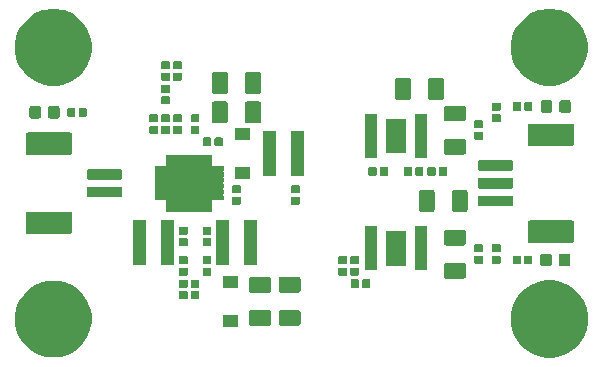
<source format=gbr>
G04 #@! TF.GenerationSoftware,KiCad,Pcbnew,(5.0.1)-rc2*
G04 #@! TF.CreationDate,2019-04-27T23:34:42+02:00*
G04 #@! TF.ProjectId,Noiseless Switching Supply,4E6F6973656C65737320537769746368,rev?*
G04 #@! TF.SameCoordinates,Original*
G04 #@! TF.FileFunction,Soldermask,Top*
G04 #@! TF.FilePolarity,Negative*
%FSLAX46Y46*%
G04 Gerber Fmt 4.6, Leading zero omitted, Abs format (unit mm)*
G04 Created by KiCad (PCBNEW (5.0.1)-rc2) date 27-04-2019 23:34:42*
%MOMM*%
%LPD*%
G01*
G04 APERTURE LIST*
%ADD10C,0.100000*%
G04 APERTURE END LIST*
D10*
G36*
X170954113Y-113354702D02*
X170954115Y-113354703D01*
X170954116Y-113354703D01*
X171549400Y-113601277D01*
X172082724Y-113957633D01*
X172085144Y-113959250D01*
X172540750Y-114414856D01*
X172540752Y-114414859D01*
X172898723Y-114950600D01*
X173145297Y-115545884D01*
X173145298Y-115545887D01*
X173271000Y-116177833D01*
X173271000Y-116822167D01*
X173146458Y-117448282D01*
X173145297Y-117454116D01*
X172898723Y-118049400D01*
X172549271Y-118572392D01*
X172540750Y-118585144D01*
X172085144Y-119040750D01*
X172085141Y-119040752D01*
X171549400Y-119398723D01*
X170954116Y-119645297D01*
X170954115Y-119645297D01*
X170954113Y-119645298D01*
X170322167Y-119771000D01*
X169677833Y-119771000D01*
X169045887Y-119645298D01*
X169045885Y-119645297D01*
X169045884Y-119645297D01*
X168450600Y-119398723D01*
X167914859Y-119040752D01*
X167914856Y-119040750D01*
X167459250Y-118585144D01*
X167450729Y-118572392D01*
X167101277Y-118049400D01*
X166854703Y-117454116D01*
X166853543Y-117448282D01*
X166729000Y-116822167D01*
X166729000Y-116177833D01*
X166854702Y-115545887D01*
X166854703Y-115545884D01*
X167101277Y-114950600D01*
X167459248Y-114414859D01*
X167459250Y-114414856D01*
X167914856Y-113959250D01*
X167917276Y-113957633D01*
X168450600Y-113601277D01*
X169045884Y-113354703D01*
X169045885Y-113354703D01*
X169045887Y-113354702D01*
X169677833Y-113229000D01*
X170322167Y-113229000D01*
X170954113Y-113354702D01*
X170954113Y-113354702D01*
G37*
G36*
X128454909Y-113275796D02*
X128948282Y-113373934D01*
X129539926Y-113619001D01*
X130049141Y-113959248D01*
X130072395Y-113974786D01*
X130525214Y-114427605D01*
X130525216Y-114427608D01*
X130880999Y-114960074D01*
X131126066Y-115551718D01*
X131163405Y-115739432D01*
X131251000Y-116179803D01*
X131251000Y-116820197D01*
X131224157Y-116955145D01*
X131126066Y-117448282D01*
X130880999Y-118039926D01*
X130527615Y-118568802D01*
X130525214Y-118572395D01*
X130072395Y-119025214D01*
X130072392Y-119025216D01*
X129539926Y-119380999D01*
X128948282Y-119626066D01*
X128634239Y-119688533D01*
X128320197Y-119751000D01*
X127679803Y-119751000D01*
X127365761Y-119688533D01*
X127051718Y-119626066D01*
X126460074Y-119380999D01*
X125927608Y-119025216D01*
X125927605Y-119025214D01*
X125474786Y-118572395D01*
X125472385Y-118568802D01*
X125119001Y-118039926D01*
X124873934Y-117448282D01*
X124775843Y-116955145D01*
X124749000Y-116820197D01*
X124749000Y-116179803D01*
X124836595Y-115739432D01*
X124873934Y-115551718D01*
X125119001Y-114960074D01*
X125474784Y-114427608D01*
X125474786Y-114427605D01*
X125927605Y-113974786D01*
X125950859Y-113959248D01*
X126460074Y-113619001D01*
X127051718Y-113373934D01*
X127545091Y-113275796D01*
X127679803Y-113249000D01*
X128320197Y-113249000D01*
X128454909Y-113275796D01*
X128454909Y-113275796D01*
G37*
G36*
X143651000Y-117151000D02*
X142349000Y-117151000D01*
X142349000Y-116149000D01*
X143651000Y-116149000D01*
X143651000Y-117151000D01*
X143651000Y-117151000D01*
G37*
G36*
X146268604Y-115728347D02*
X146305145Y-115739432D01*
X146338820Y-115757431D01*
X146368341Y-115781659D01*
X146392569Y-115811180D01*
X146410568Y-115844855D01*
X146421653Y-115881396D01*
X146426000Y-115925538D01*
X146426000Y-116874462D01*
X146421653Y-116918604D01*
X146410568Y-116955145D01*
X146392569Y-116988820D01*
X146368341Y-117018341D01*
X146338820Y-117042569D01*
X146305145Y-117060568D01*
X146268604Y-117071653D01*
X146224462Y-117076000D01*
X144775538Y-117076000D01*
X144731396Y-117071653D01*
X144694855Y-117060568D01*
X144661180Y-117042569D01*
X144631659Y-117018341D01*
X144607431Y-116988820D01*
X144589432Y-116955145D01*
X144578347Y-116918604D01*
X144574000Y-116874462D01*
X144574000Y-115925538D01*
X144578347Y-115881396D01*
X144589432Y-115844855D01*
X144607431Y-115811180D01*
X144631659Y-115781659D01*
X144661180Y-115757431D01*
X144694855Y-115739432D01*
X144731396Y-115728347D01*
X144775538Y-115724000D01*
X146224462Y-115724000D01*
X146268604Y-115728347D01*
X146268604Y-115728347D01*
G37*
G36*
X148768604Y-115728347D02*
X148805145Y-115739432D01*
X148838820Y-115757431D01*
X148868341Y-115781659D01*
X148892569Y-115811180D01*
X148910568Y-115844855D01*
X148921653Y-115881396D01*
X148926000Y-115925538D01*
X148926000Y-116874462D01*
X148921653Y-116918604D01*
X148910568Y-116955145D01*
X148892569Y-116988820D01*
X148868341Y-117018341D01*
X148838820Y-117042569D01*
X148805145Y-117060568D01*
X148768604Y-117071653D01*
X148724462Y-117076000D01*
X147275538Y-117076000D01*
X147231396Y-117071653D01*
X147194855Y-117060568D01*
X147161180Y-117042569D01*
X147131659Y-117018341D01*
X147107431Y-116988820D01*
X147089432Y-116955145D01*
X147078347Y-116918604D01*
X147074000Y-116874462D01*
X147074000Y-115925538D01*
X147078347Y-115881396D01*
X147089432Y-115844855D01*
X147107431Y-115811180D01*
X147131659Y-115781659D01*
X147161180Y-115757431D01*
X147194855Y-115739432D01*
X147231396Y-115728347D01*
X147275538Y-115724000D01*
X148724462Y-115724000D01*
X148768604Y-115728347D01*
X148768604Y-115728347D01*
G37*
G36*
X140281938Y-114141716D02*
X140302556Y-114147970D01*
X140321556Y-114158126D01*
X140338208Y-114171792D01*
X140351874Y-114188444D01*
X140362030Y-114207444D01*
X140368284Y-114228062D01*
X140371000Y-114255640D01*
X140371000Y-114714360D01*
X140368284Y-114741938D01*
X140362030Y-114762556D01*
X140351874Y-114781556D01*
X140338208Y-114798208D01*
X140321556Y-114811874D01*
X140302556Y-114822030D01*
X140281938Y-114828284D01*
X140254360Y-114831000D01*
X139745640Y-114831000D01*
X139718062Y-114828284D01*
X139697444Y-114822030D01*
X139678444Y-114811874D01*
X139661792Y-114798208D01*
X139648126Y-114781556D01*
X139637970Y-114762556D01*
X139631716Y-114741938D01*
X139629000Y-114714360D01*
X139629000Y-114255640D01*
X139631716Y-114228062D01*
X139637970Y-114207444D01*
X139648126Y-114188444D01*
X139661792Y-114171792D01*
X139678444Y-114158126D01*
X139697444Y-114147970D01*
X139718062Y-114141716D01*
X139745640Y-114139000D01*
X140254360Y-114139000D01*
X140281938Y-114141716D01*
X140281938Y-114141716D01*
G37*
G36*
X139281938Y-114141716D02*
X139302556Y-114147970D01*
X139321556Y-114158126D01*
X139338208Y-114171792D01*
X139351874Y-114188444D01*
X139362030Y-114207444D01*
X139368284Y-114228062D01*
X139371000Y-114255640D01*
X139371000Y-114714360D01*
X139368284Y-114741938D01*
X139362030Y-114762556D01*
X139351874Y-114781556D01*
X139338208Y-114798208D01*
X139321556Y-114811874D01*
X139302556Y-114822030D01*
X139281938Y-114828284D01*
X139254360Y-114831000D01*
X138745640Y-114831000D01*
X138718062Y-114828284D01*
X138697444Y-114822030D01*
X138678444Y-114811874D01*
X138661792Y-114798208D01*
X138648126Y-114781556D01*
X138637970Y-114762556D01*
X138631716Y-114741938D01*
X138629000Y-114714360D01*
X138629000Y-114255640D01*
X138631716Y-114228062D01*
X138637970Y-114207444D01*
X138648126Y-114188444D01*
X138661792Y-114171792D01*
X138678444Y-114158126D01*
X138697444Y-114147970D01*
X138718062Y-114141716D01*
X138745640Y-114139000D01*
X139254360Y-114139000D01*
X139281938Y-114141716D01*
X139281938Y-114141716D01*
G37*
G36*
X146268604Y-112928347D02*
X146305145Y-112939432D01*
X146338820Y-112957431D01*
X146368341Y-112981659D01*
X146392569Y-113011180D01*
X146410568Y-113044855D01*
X146421653Y-113081396D01*
X146426000Y-113125538D01*
X146426000Y-114074462D01*
X146421653Y-114118604D01*
X146410568Y-114155145D01*
X146392569Y-114188820D01*
X146368341Y-114218341D01*
X146338820Y-114242569D01*
X146305145Y-114260568D01*
X146268604Y-114271653D01*
X146224462Y-114276000D01*
X144775538Y-114276000D01*
X144731396Y-114271653D01*
X144694855Y-114260568D01*
X144661180Y-114242569D01*
X144631659Y-114218341D01*
X144607431Y-114188820D01*
X144589432Y-114155145D01*
X144578347Y-114118604D01*
X144574000Y-114074462D01*
X144574000Y-113125538D01*
X144578347Y-113081396D01*
X144589432Y-113044855D01*
X144607431Y-113011180D01*
X144631659Y-112981659D01*
X144661180Y-112957431D01*
X144694855Y-112939432D01*
X144731396Y-112928347D01*
X144775538Y-112924000D01*
X146224462Y-112924000D01*
X146268604Y-112928347D01*
X146268604Y-112928347D01*
G37*
G36*
X148768604Y-112928347D02*
X148805145Y-112939432D01*
X148838820Y-112957431D01*
X148868341Y-112981659D01*
X148892569Y-113011180D01*
X148910568Y-113044855D01*
X148921653Y-113081396D01*
X148926000Y-113125538D01*
X148926000Y-114074462D01*
X148921653Y-114118604D01*
X148910568Y-114155145D01*
X148892569Y-114188820D01*
X148868341Y-114218341D01*
X148838820Y-114242569D01*
X148805145Y-114260568D01*
X148768604Y-114271653D01*
X148724462Y-114276000D01*
X147275538Y-114276000D01*
X147231396Y-114271653D01*
X147194855Y-114260568D01*
X147161180Y-114242569D01*
X147131659Y-114218341D01*
X147107431Y-114188820D01*
X147089432Y-114155145D01*
X147078347Y-114118604D01*
X147074000Y-114074462D01*
X147074000Y-113125538D01*
X147078347Y-113081396D01*
X147089432Y-113044855D01*
X147107431Y-113011180D01*
X147131659Y-112981659D01*
X147161180Y-112957431D01*
X147194855Y-112939432D01*
X147231396Y-112928347D01*
X147275538Y-112924000D01*
X148724462Y-112924000D01*
X148768604Y-112928347D01*
X148768604Y-112928347D01*
G37*
G36*
X154741938Y-113131716D02*
X154762556Y-113137970D01*
X154781556Y-113148126D01*
X154798208Y-113161792D01*
X154811874Y-113178444D01*
X154822030Y-113197444D01*
X154828284Y-113218062D01*
X154831000Y-113245640D01*
X154831000Y-113754360D01*
X154828284Y-113781938D01*
X154822030Y-113802556D01*
X154811874Y-113821556D01*
X154798208Y-113838208D01*
X154781556Y-113851874D01*
X154762556Y-113862030D01*
X154741938Y-113868284D01*
X154714360Y-113871000D01*
X154255640Y-113871000D01*
X154228062Y-113868284D01*
X154207444Y-113862030D01*
X154188444Y-113851874D01*
X154171792Y-113838208D01*
X154158126Y-113821556D01*
X154147970Y-113802556D01*
X154141716Y-113781938D01*
X154139000Y-113754360D01*
X154139000Y-113245640D01*
X154141716Y-113218062D01*
X154147970Y-113197444D01*
X154158126Y-113178444D01*
X154171792Y-113161792D01*
X154188444Y-113148126D01*
X154207444Y-113137970D01*
X154228062Y-113131716D01*
X154255640Y-113129000D01*
X154714360Y-113129000D01*
X154741938Y-113131716D01*
X154741938Y-113131716D01*
G37*
G36*
X153771938Y-113131716D02*
X153792556Y-113137970D01*
X153811556Y-113148126D01*
X153828208Y-113161792D01*
X153841874Y-113178444D01*
X153852030Y-113197444D01*
X153858284Y-113218062D01*
X153861000Y-113245640D01*
X153861000Y-113754360D01*
X153858284Y-113781938D01*
X153852030Y-113802556D01*
X153841874Y-113821556D01*
X153828208Y-113838208D01*
X153811556Y-113851874D01*
X153792556Y-113862030D01*
X153771938Y-113868284D01*
X153744360Y-113871000D01*
X153285640Y-113871000D01*
X153258062Y-113868284D01*
X153237444Y-113862030D01*
X153218444Y-113851874D01*
X153201792Y-113838208D01*
X153188126Y-113821556D01*
X153177970Y-113802556D01*
X153171716Y-113781938D01*
X153169000Y-113754360D01*
X153169000Y-113245640D01*
X153171716Y-113218062D01*
X153177970Y-113197444D01*
X153188126Y-113178444D01*
X153201792Y-113161792D01*
X153218444Y-113148126D01*
X153237444Y-113137970D01*
X153258062Y-113131716D01*
X153285640Y-113129000D01*
X153744360Y-113129000D01*
X153771938Y-113131716D01*
X153771938Y-113131716D01*
G37*
G36*
X140281938Y-113171716D02*
X140302556Y-113177970D01*
X140321556Y-113188126D01*
X140338208Y-113201792D01*
X140351874Y-113218444D01*
X140362030Y-113237444D01*
X140368284Y-113258062D01*
X140371000Y-113285640D01*
X140371000Y-113744360D01*
X140368284Y-113771938D01*
X140362030Y-113792556D01*
X140351874Y-113811556D01*
X140338208Y-113828208D01*
X140321556Y-113841874D01*
X140302556Y-113852030D01*
X140281938Y-113858284D01*
X140254360Y-113861000D01*
X139745640Y-113861000D01*
X139718062Y-113858284D01*
X139697444Y-113852030D01*
X139678444Y-113841874D01*
X139661792Y-113828208D01*
X139648126Y-113811556D01*
X139637970Y-113792556D01*
X139631716Y-113771938D01*
X139629000Y-113744360D01*
X139629000Y-113285640D01*
X139631716Y-113258062D01*
X139637970Y-113237444D01*
X139648126Y-113218444D01*
X139661792Y-113201792D01*
X139678444Y-113188126D01*
X139697444Y-113177970D01*
X139718062Y-113171716D01*
X139745640Y-113169000D01*
X140254360Y-113169000D01*
X140281938Y-113171716D01*
X140281938Y-113171716D01*
G37*
G36*
X139281938Y-113171716D02*
X139302556Y-113177970D01*
X139321556Y-113188126D01*
X139338208Y-113201792D01*
X139351874Y-113218444D01*
X139362030Y-113237444D01*
X139368284Y-113258062D01*
X139371000Y-113285640D01*
X139371000Y-113744360D01*
X139368284Y-113771938D01*
X139362030Y-113792556D01*
X139351874Y-113811556D01*
X139338208Y-113828208D01*
X139321556Y-113841874D01*
X139302556Y-113852030D01*
X139281938Y-113858284D01*
X139254360Y-113861000D01*
X138745640Y-113861000D01*
X138718062Y-113858284D01*
X138697444Y-113852030D01*
X138678444Y-113841874D01*
X138661792Y-113828208D01*
X138648126Y-113811556D01*
X138637970Y-113792556D01*
X138631716Y-113771938D01*
X138629000Y-113744360D01*
X138629000Y-113285640D01*
X138631716Y-113258062D01*
X138637970Y-113237444D01*
X138648126Y-113218444D01*
X138661792Y-113201792D01*
X138678444Y-113188126D01*
X138697444Y-113177970D01*
X138718062Y-113171716D01*
X138745640Y-113169000D01*
X139254360Y-113169000D01*
X139281938Y-113171716D01*
X139281938Y-113171716D01*
G37*
G36*
X143651000Y-113851000D02*
X142349000Y-113851000D01*
X142349000Y-112849000D01*
X143651000Y-112849000D01*
X143651000Y-113851000D01*
X143651000Y-113851000D01*
G37*
G36*
X162768604Y-111728347D02*
X162805145Y-111739432D01*
X162838820Y-111757431D01*
X162868341Y-111781659D01*
X162892569Y-111811180D01*
X162910568Y-111844855D01*
X162921653Y-111881396D01*
X162926000Y-111925538D01*
X162926000Y-112874462D01*
X162921653Y-112918604D01*
X162910568Y-112955145D01*
X162892569Y-112988820D01*
X162868341Y-113018341D01*
X162838820Y-113042569D01*
X162805145Y-113060568D01*
X162768604Y-113071653D01*
X162724462Y-113076000D01*
X161275538Y-113076000D01*
X161231396Y-113071653D01*
X161194855Y-113060568D01*
X161161180Y-113042569D01*
X161131659Y-113018341D01*
X161107431Y-112988820D01*
X161089432Y-112955145D01*
X161078347Y-112918604D01*
X161074000Y-112874462D01*
X161074000Y-111925538D01*
X161078347Y-111881396D01*
X161089432Y-111844855D01*
X161107431Y-111811180D01*
X161131659Y-111781659D01*
X161161180Y-111757431D01*
X161194855Y-111739432D01*
X161231396Y-111728347D01*
X161275538Y-111724000D01*
X162724462Y-111724000D01*
X162768604Y-111728347D01*
X162768604Y-111728347D01*
G37*
G36*
X141281938Y-112141716D02*
X141302556Y-112147970D01*
X141321556Y-112158126D01*
X141338208Y-112171792D01*
X141351874Y-112188444D01*
X141362030Y-112207444D01*
X141368284Y-112228062D01*
X141371000Y-112255640D01*
X141371000Y-112714360D01*
X141368284Y-112741938D01*
X141362030Y-112762556D01*
X141351874Y-112781556D01*
X141338208Y-112798208D01*
X141321556Y-112811874D01*
X141302556Y-112822030D01*
X141281938Y-112828284D01*
X141254360Y-112831000D01*
X140745640Y-112831000D01*
X140718062Y-112828284D01*
X140697444Y-112822030D01*
X140678444Y-112811874D01*
X140661792Y-112798208D01*
X140648126Y-112781556D01*
X140637970Y-112762556D01*
X140631716Y-112741938D01*
X140629000Y-112714360D01*
X140629000Y-112255640D01*
X140631716Y-112228062D01*
X140637970Y-112207444D01*
X140648126Y-112188444D01*
X140661792Y-112171792D01*
X140678444Y-112158126D01*
X140697444Y-112147970D01*
X140718062Y-112141716D01*
X140745640Y-112139000D01*
X141254360Y-112139000D01*
X141281938Y-112141716D01*
X141281938Y-112141716D01*
G37*
G36*
X152781938Y-112141716D02*
X152802556Y-112147970D01*
X152821556Y-112158126D01*
X152838208Y-112171792D01*
X152851874Y-112188444D01*
X152862030Y-112207444D01*
X152868284Y-112228062D01*
X152871000Y-112255640D01*
X152871000Y-112714360D01*
X152868284Y-112741938D01*
X152862030Y-112762556D01*
X152851874Y-112781556D01*
X152838208Y-112798208D01*
X152821556Y-112811874D01*
X152802556Y-112822030D01*
X152781938Y-112828284D01*
X152754360Y-112831000D01*
X152245640Y-112831000D01*
X152218062Y-112828284D01*
X152197444Y-112822030D01*
X152178444Y-112811874D01*
X152161792Y-112798208D01*
X152148126Y-112781556D01*
X152137970Y-112762556D01*
X152131716Y-112741938D01*
X152129000Y-112714360D01*
X152129000Y-112255640D01*
X152131716Y-112228062D01*
X152137970Y-112207444D01*
X152148126Y-112188444D01*
X152161792Y-112171792D01*
X152178444Y-112158126D01*
X152197444Y-112147970D01*
X152218062Y-112141716D01*
X152245640Y-112139000D01*
X152754360Y-112139000D01*
X152781938Y-112141716D01*
X152781938Y-112141716D01*
G37*
G36*
X153781938Y-112141716D02*
X153802556Y-112147970D01*
X153821556Y-112158126D01*
X153838208Y-112171792D01*
X153851874Y-112188444D01*
X153862030Y-112207444D01*
X153868284Y-112228062D01*
X153871000Y-112255640D01*
X153871000Y-112714360D01*
X153868284Y-112741938D01*
X153862030Y-112762556D01*
X153851874Y-112781556D01*
X153838208Y-112798208D01*
X153821556Y-112811874D01*
X153802556Y-112822030D01*
X153781938Y-112828284D01*
X153754360Y-112831000D01*
X153245640Y-112831000D01*
X153218062Y-112828284D01*
X153197444Y-112822030D01*
X153178444Y-112811874D01*
X153161792Y-112798208D01*
X153148126Y-112781556D01*
X153137970Y-112762556D01*
X153131716Y-112741938D01*
X153129000Y-112714360D01*
X153129000Y-112255640D01*
X153131716Y-112228062D01*
X153137970Y-112207444D01*
X153148126Y-112188444D01*
X153161792Y-112171792D01*
X153178444Y-112158126D01*
X153197444Y-112147970D01*
X153218062Y-112141716D01*
X153245640Y-112139000D01*
X153754360Y-112139000D01*
X153781938Y-112141716D01*
X153781938Y-112141716D01*
G37*
G36*
X139281938Y-112141716D02*
X139302556Y-112147970D01*
X139321556Y-112158126D01*
X139338208Y-112171792D01*
X139351874Y-112188444D01*
X139362030Y-112207444D01*
X139368284Y-112228062D01*
X139371000Y-112255640D01*
X139371000Y-112714360D01*
X139368284Y-112741938D01*
X139362030Y-112762556D01*
X139351874Y-112781556D01*
X139338208Y-112798208D01*
X139321556Y-112811874D01*
X139302556Y-112822030D01*
X139281938Y-112828284D01*
X139254360Y-112831000D01*
X138745640Y-112831000D01*
X138718062Y-112828284D01*
X138697444Y-112822030D01*
X138678444Y-112811874D01*
X138661792Y-112798208D01*
X138648126Y-112781556D01*
X138637970Y-112762556D01*
X138631716Y-112741938D01*
X138629000Y-112714360D01*
X138629000Y-112255640D01*
X138631716Y-112228062D01*
X138637970Y-112207444D01*
X138648126Y-112188444D01*
X138661792Y-112171792D01*
X138678444Y-112158126D01*
X138697444Y-112147970D01*
X138718062Y-112141716D01*
X138745640Y-112139000D01*
X139254360Y-112139000D01*
X139281938Y-112141716D01*
X139281938Y-112141716D01*
G37*
G36*
X155391000Y-112386000D02*
X154399000Y-112386000D01*
X154399000Y-108614000D01*
X155391000Y-108614000D01*
X155391000Y-112386000D01*
X155391000Y-112386000D01*
G37*
G36*
X159601000Y-112386000D02*
X158609000Y-112386000D01*
X158609000Y-108614000D01*
X159601000Y-108614000D01*
X159601000Y-112386000D01*
X159601000Y-112386000D01*
G37*
G36*
X170054591Y-110978085D02*
X170088569Y-110988393D01*
X170119887Y-111005133D01*
X170147339Y-111027661D01*
X170169867Y-111055113D01*
X170186607Y-111086431D01*
X170196915Y-111120409D01*
X170201000Y-111161890D01*
X170201000Y-111838110D01*
X170196915Y-111879591D01*
X170186607Y-111913569D01*
X170169867Y-111944887D01*
X170147339Y-111972339D01*
X170119887Y-111994867D01*
X170088569Y-112011607D01*
X170054591Y-112021915D01*
X170013110Y-112026000D01*
X169411890Y-112026000D01*
X169370409Y-112021915D01*
X169336431Y-112011607D01*
X169305113Y-111994867D01*
X169277661Y-111972339D01*
X169255133Y-111944887D01*
X169238393Y-111913569D01*
X169228085Y-111879591D01*
X169224000Y-111838110D01*
X169224000Y-111161890D01*
X169228085Y-111120409D01*
X169238393Y-111086431D01*
X169255133Y-111055113D01*
X169277661Y-111027661D01*
X169305113Y-111005133D01*
X169336431Y-110988393D01*
X169370409Y-110978085D01*
X169411890Y-110974000D01*
X170013110Y-110974000D01*
X170054591Y-110978085D01*
X170054591Y-110978085D01*
G37*
G36*
X171629591Y-110978085D02*
X171663569Y-110988393D01*
X171694887Y-111005133D01*
X171722339Y-111027661D01*
X171744867Y-111055113D01*
X171761607Y-111086431D01*
X171771915Y-111120409D01*
X171776000Y-111161890D01*
X171776000Y-111838110D01*
X171771915Y-111879591D01*
X171761607Y-111913569D01*
X171744867Y-111944887D01*
X171722339Y-111972339D01*
X171694887Y-111994867D01*
X171663569Y-112011607D01*
X171629591Y-112021915D01*
X171588110Y-112026000D01*
X170986890Y-112026000D01*
X170945409Y-112021915D01*
X170911431Y-112011607D01*
X170880113Y-111994867D01*
X170852661Y-111972339D01*
X170830133Y-111944887D01*
X170813393Y-111913569D01*
X170803085Y-111879591D01*
X170799000Y-111838110D01*
X170799000Y-111161890D01*
X170803085Y-111120409D01*
X170813393Y-111086431D01*
X170830133Y-111055113D01*
X170852661Y-111027661D01*
X170880113Y-111005133D01*
X170911431Y-110988393D01*
X170945409Y-110978085D01*
X170986890Y-110974000D01*
X171588110Y-110974000D01*
X171629591Y-110978085D01*
X171629591Y-110978085D01*
G37*
G36*
X157876000Y-111976000D02*
X156124000Y-111976000D01*
X156124000Y-109024000D01*
X157876000Y-109024000D01*
X157876000Y-111976000D01*
X157876000Y-111976000D01*
G37*
G36*
X138226000Y-111901000D02*
X137144000Y-111901000D01*
X137144000Y-108099000D01*
X138226000Y-108099000D01*
X138226000Y-111901000D01*
X138226000Y-111901000D01*
G37*
G36*
X135856000Y-111901000D02*
X134774000Y-111901000D01*
X134774000Y-108099000D01*
X135856000Y-108099000D01*
X135856000Y-111901000D01*
X135856000Y-111901000D01*
G37*
G36*
X142856000Y-111901000D02*
X141774000Y-111901000D01*
X141774000Y-108099000D01*
X142856000Y-108099000D01*
X142856000Y-111901000D01*
X142856000Y-111901000D01*
G37*
G36*
X145226000Y-111901000D02*
X144144000Y-111901000D01*
X144144000Y-108099000D01*
X145226000Y-108099000D01*
X145226000Y-111901000D01*
X145226000Y-111901000D01*
G37*
G36*
X168476938Y-111131716D02*
X168497556Y-111137970D01*
X168516556Y-111148126D01*
X168533208Y-111161792D01*
X168546874Y-111178444D01*
X168557030Y-111197444D01*
X168563284Y-111218062D01*
X168566000Y-111245640D01*
X168566000Y-111754360D01*
X168563284Y-111781938D01*
X168557030Y-111802556D01*
X168546874Y-111821556D01*
X168533208Y-111838208D01*
X168516556Y-111851874D01*
X168497556Y-111862030D01*
X168476938Y-111868284D01*
X168449360Y-111871000D01*
X167990640Y-111871000D01*
X167963062Y-111868284D01*
X167942444Y-111862030D01*
X167923444Y-111851874D01*
X167906792Y-111838208D01*
X167893126Y-111821556D01*
X167882970Y-111802556D01*
X167876716Y-111781938D01*
X167874000Y-111754360D01*
X167874000Y-111245640D01*
X167876716Y-111218062D01*
X167882970Y-111197444D01*
X167893126Y-111178444D01*
X167906792Y-111161792D01*
X167923444Y-111148126D01*
X167942444Y-111137970D01*
X167963062Y-111131716D01*
X167990640Y-111129000D01*
X168449360Y-111129000D01*
X168476938Y-111131716D01*
X168476938Y-111131716D01*
G37*
G36*
X167506938Y-111131716D02*
X167527556Y-111137970D01*
X167546556Y-111148126D01*
X167563208Y-111161792D01*
X167576874Y-111178444D01*
X167587030Y-111197444D01*
X167593284Y-111218062D01*
X167596000Y-111245640D01*
X167596000Y-111754360D01*
X167593284Y-111781938D01*
X167587030Y-111802556D01*
X167576874Y-111821556D01*
X167563208Y-111838208D01*
X167546556Y-111851874D01*
X167527556Y-111862030D01*
X167506938Y-111868284D01*
X167479360Y-111871000D01*
X167020640Y-111871000D01*
X166993062Y-111868284D01*
X166972444Y-111862030D01*
X166953444Y-111851874D01*
X166936792Y-111838208D01*
X166923126Y-111821556D01*
X166912970Y-111802556D01*
X166906716Y-111781938D01*
X166904000Y-111754360D01*
X166904000Y-111245640D01*
X166906716Y-111218062D01*
X166912970Y-111197444D01*
X166923126Y-111178444D01*
X166936792Y-111161792D01*
X166953444Y-111148126D01*
X166972444Y-111137970D01*
X166993062Y-111131716D01*
X167020640Y-111129000D01*
X167479360Y-111129000D01*
X167506938Y-111131716D01*
X167506938Y-111131716D01*
G37*
G36*
X152781938Y-111171716D02*
X152802556Y-111177970D01*
X152821556Y-111188126D01*
X152838208Y-111201792D01*
X152851874Y-111218444D01*
X152862030Y-111237444D01*
X152868284Y-111258062D01*
X152871000Y-111285640D01*
X152871000Y-111744360D01*
X152868284Y-111771938D01*
X152862030Y-111792556D01*
X152851874Y-111811556D01*
X152838208Y-111828208D01*
X152821556Y-111841874D01*
X152802556Y-111852030D01*
X152781938Y-111858284D01*
X152754360Y-111861000D01*
X152245640Y-111861000D01*
X152218062Y-111858284D01*
X152197444Y-111852030D01*
X152178444Y-111841874D01*
X152161792Y-111828208D01*
X152148126Y-111811556D01*
X152137970Y-111792556D01*
X152131716Y-111771938D01*
X152129000Y-111744360D01*
X152129000Y-111285640D01*
X152131716Y-111258062D01*
X152137970Y-111237444D01*
X152148126Y-111218444D01*
X152161792Y-111201792D01*
X152178444Y-111188126D01*
X152197444Y-111177970D01*
X152218062Y-111171716D01*
X152245640Y-111169000D01*
X152754360Y-111169000D01*
X152781938Y-111171716D01*
X152781938Y-111171716D01*
G37*
G36*
X141281938Y-111171716D02*
X141302556Y-111177970D01*
X141321556Y-111188126D01*
X141338208Y-111201792D01*
X141351874Y-111218444D01*
X141362030Y-111237444D01*
X141368284Y-111258062D01*
X141371000Y-111285640D01*
X141371000Y-111744360D01*
X141368284Y-111771938D01*
X141362030Y-111792556D01*
X141351874Y-111811556D01*
X141338208Y-111828208D01*
X141321556Y-111841874D01*
X141302556Y-111852030D01*
X141281938Y-111858284D01*
X141254360Y-111861000D01*
X140745640Y-111861000D01*
X140718062Y-111858284D01*
X140697444Y-111852030D01*
X140678444Y-111841874D01*
X140661792Y-111828208D01*
X140648126Y-111811556D01*
X140637970Y-111792556D01*
X140631716Y-111771938D01*
X140629000Y-111744360D01*
X140629000Y-111285640D01*
X140631716Y-111258062D01*
X140637970Y-111237444D01*
X140648126Y-111218444D01*
X140661792Y-111201792D01*
X140678444Y-111188126D01*
X140697444Y-111177970D01*
X140718062Y-111171716D01*
X140745640Y-111169000D01*
X141254360Y-111169000D01*
X141281938Y-111171716D01*
X141281938Y-111171716D01*
G37*
G36*
X139281938Y-111171716D02*
X139302556Y-111177970D01*
X139321556Y-111188126D01*
X139338208Y-111201792D01*
X139351874Y-111218444D01*
X139362030Y-111237444D01*
X139368284Y-111258062D01*
X139371000Y-111285640D01*
X139371000Y-111744360D01*
X139368284Y-111771938D01*
X139362030Y-111792556D01*
X139351874Y-111811556D01*
X139338208Y-111828208D01*
X139321556Y-111841874D01*
X139302556Y-111852030D01*
X139281938Y-111858284D01*
X139254360Y-111861000D01*
X138745640Y-111861000D01*
X138718062Y-111858284D01*
X138697444Y-111852030D01*
X138678444Y-111841874D01*
X138661792Y-111828208D01*
X138648126Y-111811556D01*
X138637970Y-111792556D01*
X138631716Y-111771938D01*
X138629000Y-111744360D01*
X138629000Y-111285640D01*
X138631716Y-111258062D01*
X138637970Y-111237444D01*
X138648126Y-111218444D01*
X138661792Y-111201792D01*
X138678444Y-111188126D01*
X138697444Y-111177970D01*
X138718062Y-111171716D01*
X138745640Y-111169000D01*
X139254360Y-111169000D01*
X139281938Y-111171716D01*
X139281938Y-111171716D01*
G37*
G36*
X153781938Y-111171716D02*
X153802556Y-111177970D01*
X153821556Y-111188126D01*
X153838208Y-111201792D01*
X153851874Y-111218444D01*
X153862030Y-111237444D01*
X153868284Y-111258062D01*
X153871000Y-111285640D01*
X153871000Y-111744360D01*
X153868284Y-111771938D01*
X153862030Y-111792556D01*
X153851874Y-111811556D01*
X153838208Y-111828208D01*
X153821556Y-111841874D01*
X153802556Y-111852030D01*
X153781938Y-111858284D01*
X153754360Y-111861000D01*
X153245640Y-111861000D01*
X153218062Y-111858284D01*
X153197444Y-111852030D01*
X153178444Y-111841874D01*
X153161792Y-111828208D01*
X153148126Y-111811556D01*
X153137970Y-111792556D01*
X153131716Y-111771938D01*
X153129000Y-111744360D01*
X153129000Y-111285640D01*
X153131716Y-111258062D01*
X153137970Y-111237444D01*
X153148126Y-111218444D01*
X153161792Y-111201792D01*
X153178444Y-111188126D01*
X153197444Y-111177970D01*
X153218062Y-111171716D01*
X153245640Y-111169000D01*
X153754360Y-111169000D01*
X153781938Y-111171716D01*
X153781938Y-111171716D01*
G37*
G36*
X164281938Y-111141716D02*
X164302556Y-111147970D01*
X164321556Y-111158126D01*
X164338208Y-111171792D01*
X164351874Y-111188444D01*
X164362030Y-111207444D01*
X164368284Y-111228062D01*
X164371000Y-111255640D01*
X164371000Y-111714360D01*
X164368284Y-111741938D01*
X164362030Y-111762556D01*
X164351874Y-111781556D01*
X164338208Y-111798208D01*
X164321556Y-111811874D01*
X164302556Y-111822030D01*
X164281938Y-111828284D01*
X164254360Y-111831000D01*
X163745640Y-111831000D01*
X163718062Y-111828284D01*
X163697444Y-111822030D01*
X163678444Y-111811874D01*
X163661792Y-111798208D01*
X163648126Y-111781556D01*
X163637970Y-111762556D01*
X163631716Y-111741938D01*
X163629000Y-111714360D01*
X163629000Y-111255640D01*
X163631716Y-111228062D01*
X163637970Y-111207444D01*
X163648126Y-111188444D01*
X163661792Y-111171792D01*
X163678444Y-111158126D01*
X163697444Y-111147970D01*
X163718062Y-111141716D01*
X163745640Y-111139000D01*
X164254360Y-111139000D01*
X164281938Y-111141716D01*
X164281938Y-111141716D01*
G37*
G36*
X165781938Y-111141716D02*
X165802556Y-111147970D01*
X165821556Y-111158126D01*
X165838208Y-111171792D01*
X165851874Y-111188444D01*
X165862030Y-111207444D01*
X165868284Y-111228062D01*
X165871000Y-111255640D01*
X165871000Y-111714360D01*
X165868284Y-111741938D01*
X165862030Y-111762556D01*
X165851874Y-111781556D01*
X165838208Y-111798208D01*
X165821556Y-111811874D01*
X165802556Y-111822030D01*
X165781938Y-111828284D01*
X165754360Y-111831000D01*
X165245640Y-111831000D01*
X165218062Y-111828284D01*
X165197444Y-111822030D01*
X165178444Y-111811874D01*
X165161792Y-111798208D01*
X165148126Y-111781556D01*
X165137970Y-111762556D01*
X165131716Y-111741938D01*
X165129000Y-111714360D01*
X165129000Y-111255640D01*
X165131716Y-111228062D01*
X165137970Y-111207444D01*
X165148126Y-111188444D01*
X165161792Y-111171792D01*
X165178444Y-111158126D01*
X165197444Y-111147970D01*
X165218062Y-111141716D01*
X165245640Y-111139000D01*
X165754360Y-111139000D01*
X165781938Y-111141716D01*
X165781938Y-111141716D01*
G37*
G36*
X165781938Y-110171716D02*
X165802556Y-110177970D01*
X165821556Y-110188126D01*
X165838208Y-110201792D01*
X165851874Y-110218444D01*
X165862030Y-110237444D01*
X165868284Y-110258062D01*
X165871000Y-110285640D01*
X165871000Y-110744360D01*
X165868284Y-110771938D01*
X165862030Y-110792556D01*
X165851874Y-110811556D01*
X165838208Y-110828208D01*
X165821556Y-110841874D01*
X165802556Y-110852030D01*
X165781938Y-110858284D01*
X165754360Y-110861000D01*
X165245640Y-110861000D01*
X165218062Y-110858284D01*
X165197444Y-110852030D01*
X165178444Y-110841874D01*
X165161792Y-110828208D01*
X165148126Y-110811556D01*
X165137970Y-110792556D01*
X165131716Y-110771938D01*
X165129000Y-110744360D01*
X165129000Y-110285640D01*
X165131716Y-110258062D01*
X165137970Y-110237444D01*
X165148126Y-110218444D01*
X165161792Y-110201792D01*
X165178444Y-110188126D01*
X165197444Y-110177970D01*
X165218062Y-110171716D01*
X165245640Y-110169000D01*
X165754360Y-110169000D01*
X165781938Y-110171716D01*
X165781938Y-110171716D01*
G37*
G36*
X164281938Y-110171716D02*
X164302556Y-110177970D01*
X164321556Y-110188126D01*
X164338208Y-110201792D01*
X164351874Y-110218444D01*
X164362030Y-110237444D01*
X164368284Y-110258062D01*
X164371000Y-110285640D01*
X164371000Y-110744360D01*
X164368284Y-110771938D01*
X164362030Y-110792556D01*
X164351874Y-110811556D01*
X164338208Y-110828208D01*
X164321556Y-110841874D01*
X164302556Y-110852030D01*
X164281938Y-110858284D01*
X164254360Y-110861000D01*
X163745640Y-110861000D01*
X163718062Y-110858284D01*
X163697444Y-110852030D01*
X163678444Y-110841874D01*
X163661792Y-110828208D01*
X163648126Y-110811556D01*
X163637970Y-110792556D01*
X163631716Y-110771938D01*
X163629000Y-110744360D01*
X163629000Y-110285640D01*
X163631716Y-110258062D01*
X163637970Y-110237444D01*
X163648126Y-110218444D01*
X163661792Y-110201792D01*
X163678444Y-110188126D01*
X163697444Y-110177970D01*
X163718062Y-110171716D01*
X163745640Y-110169000D01*
X164254360Y-110169000D01*
X164281938Y-110171716D01*
X164281938Y-110171716D01*
G37*
G36*
X141281938Y-109641716D02*
X141302556Y-109647970D01*
X141321556Y-109658126D01*
X141338208Y-109671792D01*
X141351874Y-109688444D01*
X141362030Y-109707444D01*
X141368284Y-109728062D01*
X141371000Y-109755640D01*
X141371000Y-110214360D01*
X141368284Y-110241938D01*
X141362030Y-110262556D01*
X141351874Y-110281556D01*
X141338208Y-110298208D01*
X141321556Y-110311874D01*
X141302556Y-110322030D01*
X141281938Y-110328284D01*
X141254360Y-110331000D01*
X140745640Y-110331000D01*
X140718062Y-110328284D01*
X140697444Y-110322030D01*
X140678444Y-110311874D01*
X140661792Y-110298208D01*
X140648126Y-110281556D01*
X140637970Y-110262556D01*
X140631716Y-110241938D01*
X140629000Y-110214360D01*
X140629000Y-109755640D01*
X140631716Y-109728062D01*
X140637970Y-109707444D01*
X140648126Y-109688444D01*
X140661792Y-109671792D01*
X140678444Y-109658126D01*
X140697444Y-109647970D01*
X140718062Y-109641716D01*
X140745640Y-109639000D01*
X141254360Y-109639000D01*
X141281938Y-109641716D01*
X141281938Y-109641716D01*
G37*
G36*
X139281938Y-109641716D02*
X139302556Y-109647970D01*
X139321556Y-109658126D01*
X139338208Y-109671792D01*
X139351874Y-109688444D01*
X139362030Y-109707444D01*
X139368284Y-109728062D01*
X139371000Y-109755640D01*
X139371000Y-110214360D01*
X139368284Y-110241938D01*
X139362030Y-110262556D01*
X139351874Y-110281556D01*
X139338208Y-110298208D01*
X139321556Y-110311874D01*
X139302556Y-110322030D01*
X139281938Y-110328284D01*
X139254360Y-110331000D01*
X138745640Y-110331000D01*
X138718062Y-110328284D01*
X138697444Y-110322030D01*
X138678444Y-110311874D01*
X138661792Y-110298208D01*
X138648126Y-110281556D01*
X138637970Y-110262556D01*
X138631716Y-110241938D01*
X138629000Y-110214360D01*
X138629000Y-109755640D01*
X138631716Y-109728062D01*
X138637970Y-109707444D01*
X138648126Y-109688444D01*
X138661792Y-109671792D01*
X138678444Y-109658126D01*
X138697444Y-109647970D01*
X138718062Y-109641716D01*
X138745640Y-109639000D01*
X139254360Y-109639000D01*
X139281938Y-109641716D01*
X139281938Y-109641716D01*
G37*
G36*
X162768604Y-108928347D02*
X162805145Y-108939432D01*
X162838820Y-108957431D01*
X162868341Y-108981659D01*
X162892569Y-109011180D01*
X162910568Y-109044855D01*
X162921653Y-109081396D01*
X162926000Y-109125538D01*
X162926000Y-110074462D01*
X162921653Y-110118604D01*
X162910568Y-110155145D01*
X162892569Y-110188820D01*
X162868341Y-110218341D01*
X162838820Y-110242569D01*
X162805145Y-110260568D01*
X162768604Y-110271653D01*
X162724462Y-110276000D01*
X161275538Y-110276000D01*
X161231396Y-110271653D01*
X161194855Y-110260568D01*
X161161180Y-110242569D01*
X161131659Y-110218341D01*
X161107431Y-110188820D01*
X161089432Y-110155145D01*
X161078347Y-110118604D01*
X161074000Y-110074462D01*
X161074000Y-109125538D01*
X161078347Y-109081396D01*
X161089432Y-109044855D01*
X161107431Y-109011180D01*
X161131659Y-108981659D01*
X161161180Y-108957431D01*
X161194855Y-108939432D01*
X161231396Y-108928347D01*
X161275538Y-108924000D01*
X162724462Y-108924000D01*
X162768604Y-108928347D01*
X162768604Y-108928347D01*
G37*
G36*
X171935918Y-108152934D02*
X171968424Y-108162795D01*
X171998383Y-108178808D01*
X172024641Y-108200359D01*
X172046192Y-108226617D01*
X172062205Y-108256576D01*
X172072066Y-108289082D01*
X172076000Y-108329029D01*
X172076000Y-109870971D01*
X172072066Y-109910918D01*
X172062205Y-109943424D01*
X172046192Y-109973383D01*
X172024641Y-109999641D01*
X171998383Y-110021192D01*
X171968424Y-110037205D01*
X171935918Y-110047066D01*
X171895971Y-110051000D01*
X168354029Y-110051000D01*
X168314082Y-110047066D01*
X168281576Y-110037205D01*
X168251617Y-110021192D01*
X168225359Y-109999641D01*
X168203808Y-109973383D01*
X168187795Y-109943424D01*
X168177934Y-109910918D01*
X168174000Y-109870971D01*
X168174000Y-108329029D01*
X168177934Y-108289082D01*
X168187795Y-108256576D01*
X168203808Y-108226617D01*
X168225359Y-108200359D01*
X168251617Y-108178808D01*
X168281576Y-108162795D01*
X168314082Y-108152934D01*
X168354029Y-108149000D01*
X171895971Y-108149000D01*
X171935918Y-108152934D01*
X171935918Y-108152934D01*
G37*
G36*
X141281938Y-108671716D02*
X141302556Y-108677970D01*
X141321556Y-108688126D01*
X141338208Y-108701792D01*
X141351874Y-108718444D01*
X141362030Y-108737444D01*
X141368284Y-108758062D01*
X141371000Y-108785640D01*
X141371000Y-109244360D01*
X141368284Y-109271938D01*
X141362030Y-109292556D01*
X141351874Y-109311556D01*
X141338208Y-109328208D01*
X141321556Y-109341874D01*
X141302556Y-109352030D01*
X141281938Y-109358284D01*
X141254360Y-109361000D01*
X140745640Y-109361000D01*
X140718062Y-109358284D01*
X140697444Y-109352030D01*
X140678444Y-109341874D01*
X140661792Y-109328208D01*
X140648126Y-109311556D01*
X140637970Y-109292556D01*
X140631716Y-109271938D01*
X140629000Y-109244360D01*
X140629000Y-108785640D01*
X140631716Y-108758062D01*
X140637970Y-108737444D01*
X140648126Y-108718444D01*
X140661792Y-108701792D01*
X140678444Y-108688126D01*
X140697444Y-108677970D01*
X140718062Y-108671716D01*
X140745640Y-108669000D01*
X141254360Y-108669000D01*
X141281938Y-108671716D01*
X141281938Y-108671716D01*
G37*
G36*
X139281938Y-108671716D02*
X139302556Y-108677970D01*
X139321556Y-108688126D01*
X139338208Y-108701792D01*
X139351874Y-108718444D01*
X139362030Y-108737444D01*
X139368284Y-108758062D01*
X139371000Y-108785640D01*
X139371000Y-109244360D01*
X139368284Y-109271938D01*
X139362030Y-109292556D01*
X139351874Y-109311556D01*
X139338208Y-109328208D01*
X139321556Y-109341874D01*
X139302556Y-109352030D01*
X139281938Y-109358284D01*
X139254360Y-109361000D01*
X138745640Y-109361000D01*
X138718062Y-109358284D01*
X138697444Y-109352030D01*
X138678444Y-109341874D01*
X138661792Y-109328208D01*
X138648126Y-109311556D01*
X138637970Y-109292556D01*
X138631716Y-109271938D01*
X138629000Y-109244360D01*
X138629000Y-108785640D01*
X138631716Y-108758062D01*
X138637970Y-108737444D01*
X138648126Y-108718444D01*
X138661792Y-108701792D01*
X138678444Y-108688126D01*
X138697444Y-108677970D01*
X138718062Y-108671716D01*
X138745640Y-108669000D01*
X139254360Y-108669000D01*
X139281938Y-108671716D01*
X139281938Y-108671716D01*
G37*
G36*
X129435918Y-107402934D02*
X129468424Y-107412795D01*
X129498383Y-107428808D01*
X129524641Y-107450359D01*
X129546192Y-107476617D01*
X129562205Y-107506576D01*
X129572066Y-107539082D01*
X129576000Y-107579029D01*
X129576000Y-109120971D01*
X129572066Y-109160918D01*
X129562205Y-109193424D01*
X129546192Y-109223383D01*
X129524641Y-109249641D01*
X129498383Y-109271192D01*
X129468424Y-109287205D01*
X129435918Y-109297066D01*
X129395971Y-109301000D01*
X125854029Y-109301000D01*
X125814082Y-109297066D01*
X125781576Y-109287205D01*
X125751617Y-109271192D01*
X125725359Y-109249641D01*
X125703808Y-109223383D01*
X125687795Y-109193424D01*
X125677934Y-109160918D01*
X125674000Y-109120971D01*
X125674000Y-107579029D01*
X125677934Y-107539082D01*
X125687795Y-107506576D01*
X125703808Y-107476617D01*
X125725359Y-107450359D01*
X125751617Y-107428808D01*
X125781576Y-107412795D01*
X125814082Y-107402934D01*
X125854029Y-107399000D01*
X129395971Y-107399000D01*
X129435918Y-107402934D01*
X129435918Y-107402934D01*
G37*
G36*
X162918604Y-105578347D02*
X162955145Y-105589432D01*
X162988820Y-105607431D01*
X163018341Y-105631659D01*
X163042569Y-105661180D01*
X163060568Y-105694855D01*
X163071653Y-105731396D01*
X163076000Y-105775538D01*
X163076000Y-107224462D01*
X163071653Y-107268604D01*
X163060568Y-107305145D01*
X163042569Y-107338820D01*
X163018341Y-107368341D01*
X162988820Y-107392569D01*
X162955145Y-107410568D01*
X162918604Y-107421653D01*
X162874462Y-107426000D01*
X161925538Y-107426000D01*
X161881396Y-107421653D01*
X161844855Y-107410568D01*
X161811180Y-107392569D01*
X161781659Y-107368341D01*
X161757431Y-107338820D01*
X161739432Y-107305145D01*
X161728347Y-107268604D01*
X161724000Y-107224462D01*
X161724000Y-105775538D01*
X161728347Y-105731396D01*
X161739432Y-105694855D01*
X161757431Y-105661180D01*
X161781659Y-105631659D01*
X161811180Y-105607431D01*
X161844855Y-105589432D01*
X161881396Y-105578347D01*
X161925538Y-105574000D01*
X162874462Y-105574000D01*
X162918604Y-105578347D01*
X162918604Y-105578347D01*
G37*
G36*
X160118604Y-105578347D02*
X160155145Y-105589432D01*
X160188820Y-105607431D01*
X160218341Y-105631659D01*
X160242569Y-105661180D01*
X160260568Y-105694855D01*
X160271653Y-105731396D01*
X160276000Y-105775538D01*
X160276000Y-107224462D01*
X160271653Y-107268604D01*
X160260568Y-107305145D01*
X160242569Y-107338820D01*
X160218341Y-107368341D01*
X160188820Y-107392569D01*
X160155145Y-107410568D01*
X160118604Y-107421653D01*
X160074462Y-107426000D01*
X159125538Y-107426000D01*
X159081396Y-107421653D01*
X159044855Y-107410568D01*
X159011180Y-107392569D01*
X158981659Y-107368341D01*
X158957431Y-107338820D01*
X158939432Y-107305145D01*
X158928347Y-107268604D01*
X158924000Y-107224462D01*
X158924000Y-105775538D01*
X158928347Y-105731396D01*
X158939432Y-105694855D01*
X158957431Y-105661180D01*
X158981659Y-105631659D01*
X159011180Y-105607431D01*
X159044855Y-105589432D01*
X159081396Y-105578347D01*
X159125538Y-105574000D01*
X160074462Y-105574000D01*
X160118604Y-105578347D01*
X160118604Y-105578347D01*
G37*
G36*
X137905357Y-102575083D02*
X137910028Y-102576500D01*
X137914330Y-102578800D01*
X137920705Y-102584031D01*
X137941080Y-102597644D01*
X137963719Y-102607020D01*
X137987753Y-102611800D01*
X138012257Y-102611799D01*
X138036291Y-102607017D01*
X138058929Y-102597639D01*
X138079295Y-102584031D01*
X138085670Y-102578800D01*
X138089972Y-102576500D01*
X138094643Y-102575083D01*
X138105641Y-102574000D01*
X138394359Y-102574000D01*
X138405357Y-102575083D01*
X138410028Y-102576500D01*
X138414330Y-102578800D01*
X138420705Y-102584031D01*
X138441080Y-102597644D01*
X138463719Y-102607020D01*
X138487753Y-102611800D01*
X138512257Y-102611799D01*
X138536291Y-102607017D01*
X138558929Y-102597639D01*
X138579295Y-102584031D01*
X138585670Y-102578800D01*
X138589972Y-102576500D01*
X138594643Y-102575083D01*
X138605641Y-102574000D01*
X138894359Y-102574000D01*
X138905357Y-102575083D01*
X138910028Y-102576500D01*
X138914330Y-102578800D01*
X138920705Y-102584031D01*
X138941080Y-102597644D01*
X138963719Y-102607020D01*
X138987753Y-102611800D01*
X139012257Y-102611799D01*
X139036291Y-102607017D01*
X139058929Y-102597639D01*
X139079295Y-102584031D01*
X139085670Y-102578800D01*
X139089972Y-102576500D01*
X139094643Y-102575083D01*
X139105641Y-102574000D01*
X139394359Y-102574000D01*
X139405357Y-102575083D01*
X139410028Y-102576500D01*
X139414330Y-102578800D01*
X139420705Y-102584031D01*
X139441080Y-102597644D01*
X139463719Y-102607020D01*
X139487753Y-102611800D01*
X139512257Y-102611799D01*
X139536291Y-102607017D01*
X139558929Y-102597639D01*
X139579295Y-102584031D01*
X139585670Y-102578800D01*
X139589972Y-102576500D01*
X139594643Y-102575083D01*
X139605641Y-102574000D01*
X139894359Y-102574000D01*
X139905357Y-102575083D01*
X139910028Y-102576500D01*
X139914330Y-102578800D01*
X139920705Y-102584031D01*
X139941080Y-102597644D01*
X139963719Y-102607020D01*
X139987753Y-102611800D01*
X140012257Y-102611799D01*
X140036291Y-102607017D01*
X140058929Y-102597639D01*
X140079295Y-102584031D01*
X140085670Y-102578800D01*
X140089972Y-102576500D01*
X140094643Y-102575083D01*
X140105641Y-102574000D01*
X140394359Y-102574000D01*
X140405357Y-102575083D01*
X140410028Y-102576500D01*
X140414330Y-102578800D01*
X140420705Y-102584031D01*
X140441080Y-102597644D01*
X140463719Y-102607020D01*
X140487753Y-102611800D01*
X140512257Y-102611799D01*
X140536291Y-102607017D01*
X140558929Y-102597639D01*
X140579295Y-102584031D01*
X140585670Y-102578800D01*
X140589972Y-102576500D01*
X140594643Y-102575083D01*
X140605641Y-102574000D01*
X140894359Y-102574000D01*
X140905357Y-102575083D01*
X140910028Y-102576500D01*
X140914330Y-102578800D01*
X140920705Y-102584031D01*
X140941080Y-102597644D01*
X140963719Y-102607020D01*
X140987753Y-102611800D01*
X141012257Y-102611799D01*
X141036291Y-102607017D01*
X141058929Y-102597639D01*
X141079295Y-102584031D01*
X141085670Y-102578800D01*
X141089972Y-102576500D01*
X141094643Y-102575083D01*
X141105641Y-102574000D01*
X141394359Y-102574000D01*
X141405357Y-102575083D01*
X141410028Y-102576500D01*
X141414330Y-102578800D01*
X141418104Y-102581896D01*
X141421200Y-102585670D01*
X141423500Y-102589972D01*
X141424917Y-102594643D01*
X141426000Y-102605641D01*
X141426000Y-103449000D01*
X141428402Y-103473386D01*
X141435515Y-103496835D01*
X141447066Y-103518446D01*
X141462612Y-103537388D01*
X141481554Y-103552934D01*
X141503165Y-103564485D01*
X141526614Y-103571598D01*
X141551000Y-103574000D01*
X142394359Y-103574000D01*
X142405357Y-103575083D01*
X142410028Y-103576500D01*
X142414330Y-103578800D01*
X142418104Y-103581896D01*
X142421200Y-103585670D01*
X142423500Y-103589972D01*
X142424917Y-103594643D01*
X142426000Y-103605641D01*
X142426000Y-103894359D01*
X142424917Y-103905357D01*
X142423500Y-103910028D01*
X142421200Y-103914330D01*
X142415969Y-103920705D01*
X142402356Y-103941080D01*
X142392980Y-103963719D01*
X142388200Y-103987753D01*
X142388201Y-104012257D01*
X142392983Y-104036291D01*
X142402361Y-104058929D01*
X142415969Y-104079295D01*
X142421200Y-104085670D01*
X142423500Y-104089972D01*
X142424917Y-104094643D01*
X142426000Y-104105641D01*
X142426000Y-104394359D01*
X142424917Y-104405357D01*
X142423500Y-104410028D01*
X142421200Y-104414330D01*
X142415969Y-104420705D01*
X142402356Y-104441080D01*
X142392980Y-104463719D01*
X142388200Y-104487753D01*
X142388201Y-104512257D01*
X142392983Y-104536291D01*
X142402361Y-104558929D01*
X142415969Y-104579295D01*
X142421200Y-104585670D01*
X142423500Y-104589972D01*
X142424917Y-104594643D01*
X142426000Y-104605641D01*
X142426000Y-104894359D01*
X142424917Y-104905357D01*
X142423500Y-104910028D01*
X142421200Y-104914330D01*
X142415969Y-104920705D01*
X142402356Y-104941080D01*
X142392980Y-104963719D01*
X142388200Y-104987753D01*
X142388201Y-105012257D01*
X142392983Y-105036291D01*
X142402361Y-105058929D01*
X142415969Y-105079295D01*
X142421200Y-105085670D01*
X142423500Y-105089972D01*
X142424917Y-105094643D01*
X142426000Y-105105641D01*
X142426000Y-105394359D01*
X142424917Y-105405357D01*
X142423500Y-105410028D01*
X142421200Y-105414330D01*
X142415969Y-105420705D01*
X142402356Y-105441080D01*
X142392980Y-105463719D01*
X142388200Y-105487753D01*
X142388201Y-105512257D01*
X142392983Y-105536291D01*
X142402361Y-105558929D01*
X142415969Y-105579295D01*
X142421200Y-105585670D01*
X142423500Y-105589972D01*
X142424917Y-105594643D01*
X142426000Y-105605641D01*
X142426000Y-105894359D01*
X142424917Y-105905357D01*
X142423500Y-105910028D01*
X142421200Y-105914330D01*
X142415969Y-105920705D01*
X142402356Y-105941080D01*
X142392980Y-105963719D01*
X142388200Y-105987753D01*
X142388201Y-106012257D01*
X142392983Y-106036291D01*
X142402361Y-106058929D01*
X142415969Y-106079295D01*
X142421200Y-106085670D01*
X142423500Y-106089972D01*
X142424917Y-106094643D01*
X142426000Y-106105641D01*
X142426000Y-106394359D01*
X142424917Y-106405357D01*
X142423500Y-106410028D01*
X142421200Y-106414330D01*
X142418104Y-106418104D01*
X142414330Y-106421200D01*
X142410028Y-106423500D01*
X142405357Y-106424917D01*
X142394359Y-106426000D01*
X141551000Y-106426000D01*
X141526614Y-106428402D01*
X141503165Y-106435515D01*
X141481554Y-106447066D01*
X141462612Y-106462612D01*
X141447066Y-106481554D01*
X141435515Y-106503165D01*
X141428402Y-106526614D01*
X141426000Y-106551000D01*
X141426000Y-107394359D01*
X141424917Y-107405357D01*
X141423500Y-107410028D01*
X141421200Y-107414330D01*
X141418104Y-107418104D01*
X141414330Y-107421200D01*
X141410028Y-107423500D01*
X141405357Y-107424917D01*
X141394359Y-107426000D01*
X141105641Y-107426000D01*
X141094643Y-107424917D01*
X141089972Y-107423500D01*
X141085670Y-107421200D01*
X141079295Y-107415969D01*
X141058920Y-107402356D01*
X141036281Y-107392980D01*
X141012247Y-107388200D01*
X140987743Y-107388201D01*
X140963709Y-107392983D01*
X140941071Y-107402361D01*
X140920705Y-107415969D01*
X140914330Y-107421200D01*
X140910028Y-107423500D01*
X140905357Y-107424917D01*
X140894359Y-107426000D01*
X140605641Y-107426000D01*
X140594643Y-107424917D01*
X140589972Y-107423500D01*
X140585670Y-107421200D01*
X140579295Y-107415969D01*
X140558920Y-107402356D01*
X140536281Y-107392980D01*
X140512247Y-107388200D01*
X140487743Y-107388201D01*
X140463709Y-107392983D01*
X140441071Y-107402361D01*
X140420705Y-107415969D01*
X140414330Y-107421200D01*
X140410028Y-107423500D01*
X140405357Y-107424917D01*
X140394359Y-107426000D01*
X140105641Y-107426000D01*
X140094643Y-107424917D01*
X140089972Y-107423500D01*
X140085670Y-107421200D01*
X140079295Y-107415969D01*
X140058920Y-107402356D01*
X140036281Y-107392980D01*
X140012247Y-107388200D01*
X139987743Y-107388201D01*
X139963709Y-107392983D01*
X139941071Y-107402361D01*
X139920705Y-107415969D01*
X139914330Y-107421200D01*
X139910028Y-107423500D01*
X139905357Y-107424917D01*
X139894359Y-107426000D01*
X139605641Y-107426000D01*
X139594643Y-107424917D01*
X139589972Y-107423500D01*
X139585670Y-107421200D01*
X139579295Y-107415969D01*
X139558920Y-107402356D01*
X139536281Y-107392980D01*
X139512247Y-107388200D01*
X139487743Y-107388201D01*
X139463709Y-107392983D01*
X139441071Y-107402361D01*
X139420705Y-107415969D01*
X139414330Y-107421200D01*
X139410028Y-107423500D01*
X139405357Y-107424917D01*
X139394359Y-107426000D01*
X139105641Y-107426000D01*
X139094643Y-107424917D01*
X139089972Y-107423500D01*
X139085670Y-107421200D01*
X139079295Y-107415969D01*
X139058920Y-107402356D01*
X139036281Y-107392980D01*
X139012247Y-107388200D01*
X138987743Y-107388201D01*
X138963709Y-107392983D01*
X138941071Y-107402361D01*
X138920705Y-107415969D01*
X138914330Y-107421200D01*
X138910028Y-107423500D01*
X138905357Y-107424917D01*
X138894359Y-107426000D01*
X138605641Y-107426000D01*
X138594643Y-107424917D01*
X138589972Y-107423500D01*
X138585670Y-107421200D01*
X138579295Y-107415969D01*
X138558920Y-107402356D01*
X138536281Y-107392980D01*
X138512247Y-107388200D01*
X138487743Y-107388201D01*
X138463709Y-107392983D01*
X138441071Y-107402361D01*
X138420705Y-107415969D01*
X138414330Y-107421200D01*
X138410028Y-107423500D01*
X138405357Y-107424917D01*
X138394359Y-107426000D01*
X138105641Y-107426000D01*
X138094643Y-107424917D01*
X138089972Y-107423500D01*
X138085670Y-107421200D01*
X138079295Y-107415969D01*
X138058920Y-107402356D01*
X138036281Y-107392980D01*
X138012247Y-107388200D01*
X137987743Y-107388201D01*
X137963709Y-107392983D01*
X137941071Y-107402361D01*
X137920705Y-107415969D01*
X137914330Y-107421200D01*
X137910028Y-107423500D01*
X137905357Y-107424917D01*
X137894359Y-107426000D01*
X137605641Y-107426000D01*
X137594643Y-107424917D01*
X137589972Y-107423500D01*
X137585670Y-107421200D01*
X137581896Y-107418104D01*
X137578800Y-107414330D01*
X137576500Y-107410028D01*
X137575083Y-107405357D01*
X137574000Y-107394359D01*
X137574000Y-106551000D01*
X137571598Y-106526614D01*
X137564485Y-106503165D01*
X137552934Y-106481554D01*
X137537388Y-106462612D01*
X137518446Y-106447066D01*
X137496835Y-106435515D01*
X137473386Y-106428402D01*
X137449000Y-106426000D01*
X136605641Y-106426000D01*
X136594643Y-106424917D01*
X136589972Y-106423500D01*
X136585670Y-106421200D01*
X136581896Y-106418104D01*
X136578800Y-106414330D01*
X136576500Y-106410028D01*
X136575083Y-106405357D01*
X136574000Y-106394359D01*
X136574000Y-106105641D01*
X136575083Y-106094643D01*
X136576500Y-106089972D01*
X136578800Y-106085670D01*
X136584031Y-106079295D01*
X136597644Y-106058920D01*
X136607020Y-106036281D01*
X136611800Y-106012247D01*
X136611799Y-105987743D01*
X136607017Y-105963709D01*
X136597639Y-105941071D01*
X136584031Y-105920705D01*
X136578800Y-105914330D01*
X136576500Y-105910028D01*
X136575083Y-105905357D01*
X136574000Y-105894359D01*
X136574000Y-105605641D01*
X136575083Y-105594643D01*
X136576500Y-105589972D01*
X136578800Y-105585670D01*
X136584031Y-105579295D01*
X136597644Y-105558920D01*
X136607020Y-105536281D01*
X136611800Y-105512247D01*
X136611799Y-105487743D01*
X136607017Y-105463709D01*
X136597639Y-105441071D01*
X136584031Y-105420705D01*
X136578800Y-105414330D01*
X136576500Y-105410028D01*
X136575083Y-105405357D01*
X136574000Y-105394359D01*
X136574000Y-105105641D01*
X136575083Y-105094643D01*
X136576500Y-105089972D01*
X136578800Y-105085670D01*
X136584031Y-105079295D01*
X136597644Y-105058920D01*
X136607020Y-105036281D01*
X136611800Y-105012247D01*
X136611799Y-104987743D01*
X136607017Y-104963709D01*
X136597639Y-104941071D01*
X136584031Y-104920705D01*
X136578800Y-104914330D01*
X136576500Y-104910028D01*
X136575083Y-104905357D01*
X136574000Y-104894359D01*
X136574000Y-104605641D01*
X136575083Y-104594643D01*
X136576500Y-104589972D01*
X136578800Y-104585670D01*
X136584031Y-104579295D01*
X136597644Y-104558920D01*
X136607020Y-104536281D01*
X136611800Y-104512247D01*
X136611799Y-104487743D01*
X136607017Y-104463709D01*
X136597639Y-104441071D01*
X136584031Y-104420705D01*
X136578800Y-104414330D01*
X136576500Y-104410028D01*
X136575083Y-104405357D01*
X136574000Y-104394359D01*
X136574000Y-104105641D01*
X136575083Y-104094643D01*
X136576500Y-104089972D01*
X136578800Y-104085670D01*
X136584031Y-104079295D01*
X136597644Y-104058920D01*
X136607020Y-104036281D01*
X136611800Y-104012247D01*
X136611799Y-103987743D01*
X136607017Y-103963709D01*
X136597639Y-103941071D01*
X136584031Y-103920705D01*
X136578800Y-103914330D01*
X136576500Y-103910028D01*
X136575083Y-103905357D01*
X136574000Y-103894359D01*
X136574000Y-103605641D01*
X136575083Y-103594643D01*
X136576500Y-103589972D01*
X136578800Y-103585670D01*
X136581896Y-103581896D01*
X136585670Y-103578800D01*
X136589972Y-103576500D01*
X136594643Y-103575083D01*
X136605641Y-103574000D01*
X137449000Y-103574000D01*
X137473386Y-103571598D01*
X137496835Y-103564485D01*
X137518446Y-103552934D01*
X137537388Y-103537388D01*
X137552934Y-103518446D01*
X137564485Y-103496835D01*
X137571598Y-103473386D01*
X137574000Y-103449000D01*
X137574000Y-102605641D01*
X137575083Y-102594643D01*
X137576500Y-102589972D01*
X137578800Y-102585670D01*
X137581896Y-102581896D01*
X137585670Y-102578800D01*
X137589972Y-102576500D01*
X137594643Y-102575083D01*
X137605641Y-102574000D01*
X137894359Y-102574000D01*
X137905357Y-102575083D01*
X137905357Y-102575083D01*
G37*
G36*
X166794683Y-106052725D02*
X166825144Y-106061966D01*
X166853223Y-106076975D01*
X166877831Y-106097169D01*
X166898025Y-106121777D01*
X166913034Y-106149856D01*
X166922275Y-106180317D01*
X166926000Y-106218140D01*
X166926000Y-106781860D01*
X166922275Y-106819683D01*
X166913034Y-106850144D01*
X166898025Y-106878223D01*
X166877831Y-106902831D01*
X166853223Y-106923025D01*
X166825144Y-106938034D01*
X166794683Y-106947275D01*
X166756860Y-106951000D01*
X164093140Y-106951000D01*
X164055317Y-106947275D01*
X164024856Y-106938034D01*
X163996777Y-106923025D01*
X163972169Y-106902831D01*
X163951975Y-106878223D01*
X163936966Y-106850144D01*
X163927725Y-106819683D01*
X163924000Y-106781860D01*
X163924000Y-106218140D01*
X163927725Y-106180317D01*
X163936966Y-106149856D01*
X163951975Y-106121777D01*
X163972169Y-106097169D01*
X163996777Y-106076975D01*
X164024856Y-106061966D01*
X164055317Y-106052725D01*
X164093140Y-106049000D01*
X166756860Y-106049000D01*
X166794683Y-106052725D01*
X166794683Y-106052725D01*
G37*
G36*
X143781938Y-106141716D02*
X143802556Y-106147970D01*
X143821556Y-106158126D01*
X143838208Y-106171792D01*
X143851874Y-106188444D01*
X143862030Y-106207444D01*
X143868284Y-106228062D01*
X143871000Y-106255640D01*
X143871000Y-106714360D01*
X143868284Y-106741938D01*
X143862030Y-106762556D01*
X143851874Y-106781556D01*
X143838208Y-106798208D01*
X143821556Y-106811874D01*
X143802556Y-106822030D01*
X143781938Y-106828284D01*
X143754360Y-106831000D01*
X143245640Y-106831000D01*
X143218062Y-106828284D01*
X143197444Y-106822030D01*
X143178444Y-106811874D01*
X143161792Y-106798208D01*
X143148126Y-106781556D01*
X143137970Y-106762556D01*
X143131716Y-106741938D01*
X143129000Y-106714360D01*
X143129000Y-106255640D01*
X143131716Y-106228062D01*
X143137970Y-106207444D01*
X143148126Y-106188444D01*
X143161792Y-106171792D01*
X143178444Y-106158126D01*
X143197444Y-106147970D01*
X143218062Y-106141716D01*
X143245640Y-106139000D01*
X143754360Y-106139000D01*
X143781938Y-106141716D01*
X143781938Y-106141716D01*
G37*
G36*
X148781938Y-106141716D02*
X148802556Y-106147970D01*
X148821556Y-106158126D01*
X148838208Y-106171792D01*
X148851874Y-106188444D01*
X148862030Y-106207444D01*
X148868284Y-106228062D01*
X148871000Y-106255640D01*
X148871000Y-106714360D01*
X148868284Y-106741938D01*
X148862030Y-106762556D01*
X148851874Y-106781556D01*
X148838208Y-106798208D01*
X148821556Y-106811874D01*
X148802556Y-106822030D01*
X148781938Y-106828284D01*
X148754360Y-106831000D01*
X148245640Y-106831000D01*
X148218062Y-106828284D01*
X148197444Y-106822030D01*
X148178444Y-106811874D01*
X148161792Y-106798208D01*
X148148126Y-106781556D01*
X148137970Y-106762556D01*
X148131716Y-106741938D01*
X148129000Y-106714360D01*
X148129000Y-106255640D01*
X148131716Y-106228062D01*
X148137970Y-106207444D01*
X148148126Y-106188444D01*
X148161792Y-106171792D01*
X148178444Y-106158126D01*
X148197444Y-106147970D01*
X148218062Y-106141716D01*
X148245640Y-106139000D01*
X148754360Y-106139000D01*
X148781938Y-106141716D01*
X148781938Y-106141716D01*
G37*
G36*
X133694683Y-105302725D02*
X133725144Y-105311966D01*
X133753223Y-105326975D01*
X133777831Y-105347169D01*
X133798025Y-105371777D01*
X133813034Y-105399856D01*
X133822275Y-105430317D01*
X133826000Y-105468140D01*
X133826000Y-106031860D01*
X133822275Y-106069683D01*
X133813034Y-106100144D01*
X133798025Y-106128223D01*
X133777831Y-106152831D01*
X133753223Y-106173025D01*
X133725144Y-106188034D01*
X133694683Y-106197275D01*
X133656860Y-106201000D01*
X130993140Y-106201000D01*
X130955317Y-106197275D01*
X130924856Y-106188034D01*
X130896777Y-106173025D01*
X130872169Y-106152831D01*
X130851975Y-106128223D01*
X130836966Y-106100144D01*
X130827725Y-106069683D01*
X130824000Y-106031860D01*
X130824000Y-105468140D01*
X130827725Y-105430317D01*
X130836966Y-105399856D01*
X130851975Y-105371777D01*
X130872169Y-105347169D01*
X130896777Y-105326975D01*
X130924856Y-105311966D01*
X130955317Y-105302725D01*
X130993140Y-105299000D01*
X133656860Y-105299000D01*
X133694683Y-105302725D01*
X133694683Y-105302725D01*
G37*
G36*
X143781938Y-105171716D02*
X143802556Y-105177970D01*
X143821556Y-105188126D01*
X143838208Y-105201792D01*
X143851874Y-105218444D01*
X143862030Y-105237444D01*
X143868284Y-105258062D01*
X143871000Y-105285640D01*
X143871000Y-105744360D01*
X143868284Y-105771938D01*
X143862030Y-105792556D01*
X143851874Y-105811556D01*
X143838208Y-105828208D01*
X143821556Y-105841874D01*
X143802556Y-105852030D01*
X143781938Y-105858284D01*
X143754360Y-105861000D01*
X143245640Y-105861000D01*
X143218062Y-105858284D01*
X143197444Y-105852030D01*
X143178444Y-105841874D01*
X143161792Y-105828208D01*
X143148126Y-105811556D01*
X143137970Y-105792556D01*
X143131716Y-105771938D01*
X143129000Y-105744360D01*
X143129000Y-105285640D01*
X143131716Y-105258062D01*
X143137970Y-105237444D01*
X143148126Y-105218444D01*
X143161792Y-105201792D01*
X143178444Y-105188126D01*
X143197444Y-105177970D01*
X143218062Y-105171716D01*
X143245640Y-105169000D01*
X143754360Y-105169000D01*
X143781938Y-105171716D01*
X143781938Y-105171716D01*
G37*
G36*
X148781938Y-105171716D02*
X148802556Y-105177970D01*
X148821556Y-105188126D01*
X148838208Y-105201792D01*
X148851874Y-105218444D01*
X148862030Y-105237444D01*
X148868284Y-105258062D01*
X148871000Y-105285640D01*
X148871000Y-105744360D01*
X148868284Y-105771938D01*
X148862030Y-105792556D01*
X148851874Y-105811556D01*
X148838208Y-105828208D01*
X148821556Y-105841874D01*
X148802556Y-105852030D01*
X148781938Y-105858284D01*
X148754360Y-105861000D01*
X148245640Y-105861000D01*
X148218062Y-105858284D01*
X148197444Y-105852030D01*
X148178444Y-105841874D01*
X148161792Y-105828208D01*
X148148126Y-105811556D01*
X148137970Y-105792556D01*
X148131716Y-105771938D01*
X148129000Y-105744360D01*
X148129000Y-105285640D01*
X148131716Y-105258062D01*
X148137970Y-105237444D01*
X148148126Y-105218444D01*
X148161792Y-105201792D01*
X148178444Y-105188126D01*
X148197444Y-105177970D01*
X148218062Y-105171716D01*
X148245640Y-105169000D01*
X148754360Y-105169000D01*
X148781938Y-105171716D01*
X148781938Y-105171716D01*
G37*
G36*
X166794683Y-104552725D02*
X166825144Y-104561966D01*
X166853223Y-104576975D01*
X166877831Y-104597169D01*
X166898025Y-104621777D01*
X166913034Y-104649856D01*
X166922275Y-104680317D01*
X166926000Y-104718140D01*
X166926000Y-105281860D01*
X166922275Y-105319683D01*
X166913034Y-105350144D01*
X166898025Y-105378223D01*
X166877831Y-105402831D01*
X166853223Y-105423025D01*
X166825144Y-105438034D01*
X166794683Y-105447275D01*
X166756860Y-105451000D01*
X164093140Y-105451000D01*
X164055317Y-105447275D01*
X164024856Y-105438034D01*
X163996777Y-105423025D01*
X163972169Y-105402831D01*
X163951975Y-105378223D01*
X163936966Y-105350144D01*
X163927725Y-105319683D01*
X163924000Y-105281860D01*
X163924000Y-104718140D01*
X163927725Y-104680317D01*
X163936966Y-104649856D01*
X163951975Y-104621777D01*
X163972169Y-104597169D01*
X163996777Y-104576975D01*
X164024856Y-104561966D01*
X164055317Y-104552725D01*
X164093140Y-104549000D01*
X166756860Y-104549000D01*
X166794683Y-104552725D01*
X166794683Y-104552725D01*
G37*
G36*
X133694683Y-103802725D02*
X133725144Y-103811966D01*
X133753223Y-103826975D01*
X133777831Y-103847169D01*
X133798025Y-103871777D01*
X133813034Y-103899856D01*
X133822275Y-103930317D01*
X133826000Y-103968140D01*
X133826000Y-104531860D01*
X133822275Y-104569683D01*
X133813034Y-104600144D01*
X133798025Y-104628223D01*
X133777831Y-104652831D01*
X133753223Y-104673025D01*
X133725144Y-104688034D01*
X133694683Y-104697275D01*
X133656860Y-104701000D01*
X130993140Y-104701000D01*
X130955317Y-104697275D01*
X130924856Y-104688034D01*
X130896777Y-104673025D01*
X130872169Y-104652831D01*
X130851975Y-104628223D01*
X130836966Y-104600144D01*
X130827725Y-104569683D01*
X130824000Y-104531860D01*
X130824000Y-103968140D01*
X130827725Y-103930317D01*
X130836966Y-103899856D01*
X130851975Y-103871777D01*
X130872169Y-103847169D01*
X130896777Y-103826975D01*
X130924856Y-103811966D01*
X130955317Y-103802725D01*
X130993140Y-103799000D01*
X133656860Y-103799000D01*
X133694683Y-103802725D01*
X133694683Y-103802725D01*
G37*
G36*
X144651000Y-104651000D02*
X143349000Y-104651000D01*
X143349000Y-103649000D01*
X144651000Y-103649000D01*
X144651000Y-104651000D01*
X144651000Y-104651000D01*
G37*
G36*
X146856000Y-104401000D02*
X145774000Y-104401000D01*
X145774000Y-100599000D01*
X146856000Y-100599000D01*
X146856000Y-104401000D01*
X146856000Y-104401000D01*
G37*
G36*
X149226000Y-104401000D02*
X148144000Y-104401000D01*
X148144000Y-100599000D01*
X149226000Y-100599000D01*
X149226000Y-104401000D01*
X149226000Y-104401000D01*
G37*
G36*
X160271938Y-103631716D02*
X160292556Y-103637970D01*
X160311556Y-103648126D01*
X160328208Y-103661792D01*
X160341874Y-103678444D01*
X160352030Y-103697444D01*
X160358284Y-103718062D01*
X160361000Y-103745640D01*
X160361000Y-104254360D01*
X160358284Y-104281938D01*
X160352030Y-104302556D01*
X160341874Y-104321556D01*
X160328208Y-104338208D01*
X160311556Y-104351874D01*
X160292556Y-104362030D01*
X160271938Y-104368284D01*
X160244360Y-104371000D01*
X159785640Y-104371000D01*
X159758062Y-104368284D01*
X159737444Y-104362030D01*
X159718444Y-104351874D01*
X159701792Y-104338208D01*
X159688126Y-104321556D01*
X159677970Y-104302556D01*
X159671716Y-104281938D01*
X159669000Y-104254360D01*
X159669000Y-103745640D01*
X159671716Y-103718062D01*
X159677970Y-103697444D01*
X159688126Y-103678444D01*
X159701792Y-103661792D01*
X159718444Y-103648126D01*
X159737444Y-103637970D01*
X159758062Y-103631716D01*
X159785640Y-103629000D01*
X160244360Y-103629000D01*
X160271938Y-103631716D01*
X160271938Y-103631716D01*
G37*
G36*
X156241938Y-103631716D02*
X156262556Y-103637970D01*
X156281556Y-103648126D01*
X156298208Y-103661792D01*
X156311874Y-103678444D01*
X156322030Y-103697444D01*
X156328284Y-103718062D01*
X156331000Y-103745640D01*
X156331000Y-104254360D01*
X156328284Y-104281938D01*
X156322030Y-104302556D01*
X156311874Y-104321556D01*
X156298208Y-104338208D01*
X156281556Y-104351874D01*
X156262556Y-104362030D01*
X156241938Y-104368284D01*
X156214360Y-104371000D01*
X155755640Y-104371000D01*
X155728062Y-104368284D01*
X155707444Y-104362030D01*
X155688444Y-104351874D01*
X155671792Y-104338208D01*
X155658126Y-104321556D01*
X155647970Y-104302556D01*
X155641716Y-104281938D01*
X155639000Y-104254360D01*
X155639000Y-103745640D01*
X155641716Y-103718062D01*
X155647970Y-103697444D01*
X155658126Y-103678444D01*
X155671792Y-103661792D01*
X155688444Y-103648126D01*
X155707444Y-103637970D01*
X155728062Y-103631716D01*
X155755640Y-103629000D01*
X156214360Y-103629000D01*
X156241938Y-103631716D01*
X156241938Y-103631716D01*
G37*
G36*
X155271938Y-103631716D02*
X155292556Y-103637970D01*
X155311556Y-103648126D01*
X155328208Y-103661792D01*
X155341874Y-103678444D01*
X155352030Y-103697444D01*
X155358284Y-103718062D01*
X155361000Y-103745640D01*
X155361000Y-104254360D01*
X155358284Y-104281938D01*
X155352030Y-104302556D01*
X155341874Y-104321556D01*
X155328208Y-104338208D01*
X155311556Y-104351874D01*
X155292556Y-104362030D01*
X155271938Y-104368284D01*
X155244360Y-104371000D01*
X154785640Y-104371000D01*
X154758062Y-104368284D01*
X154737444Y-104362030D01*
X154718444Y-104351874D01*
X154701792Y-104338208D01*
X154688126Y-104321556D01*
X154677970Y-104302556D01*
X154671716Y-104281938D01*
X154669000Y-104254360D01*
X154669000Y-103745640D01*
X154671716Y-103718062D01*
X154677970Y-103697444D01*
X154688126Y-103678444D01*
X154701792Y-103661792D01*
X154718444Y-103648126D01*
X154737444Y-103637970D01*
X154758062Y-103631716D01*
X154785640Y-103629000D01*
X155244360Y-103629000D01*
X155271938Y-103631716D01*
X155271938Y-103631716D01*
G37*
G36*
X161241938Y-103631716D02*
X161262556Y-103637970D01*
X161281556Y-103648126D01*
X161298208Y-103661792D01*
X161311874Y-103678444D01*
X161322030Y-103697444D01*
X161328284Y-103718062D01*
X161331000Y-103745640D01*
X161331000Y-104254360D01*
X161328284Y-104281938D01*
X161322030Y-104302556D01*
X161311874Y-104321556D01*
X161298208Y-104338208D01*
X161281556Y-104351874D01*
X161262556Y-104362030D01*
X161241938Y-104368284D01*
X161214360Y-104371000D01*
X160755640Y-104371000D01*
X160728062Y-104368284D01*
X160707444Y-104362030D01*
X160688444Y-104351874D01*
X160671792Y-104338208D01*
X160658126Y-104321556D01*
X160647970Y-104302556D01*
X160641716Y-104281938D01*
X160639000Y-104254360D01*
X160639000Y-103745640D01*
X160641716Y-103718062D01*
X160647970Y-103697444D01*
X160658126Y-103678444D01*
X160671792Y-103661792D01*
X160688444Y-103648126D01*
X160707444Y-103637970D01*
X160728062Y-103631716D01*
X160755640Y-103629000D01*
X161214360Y-103629000D01*
X161241938Y-103631716D01*
X161241938Y-103631716D01*
G37*
G36*
X158271938Y-103631716D02*
X158292556Y-103637970D01*
X158311556Y-103648126D01*
X158328208Y-103661792D01*
X158341874Y-103678444D01*
X158352030Y-103697444D01*
X158358284Y-103718062D01*
X158361000Y-103745640D01*
X158361000Y-104254360D01*
X158358284Y-104281938D01*
X158352030Y-104302556D01*
X158341874Y-104321556D01*
X158328208Y-104338208D01*
X158311556Y-104351874D01*
X158292556Y-104362030D01*
X158271938Y-104368284D01*
X158244360Y-104371000D01*
X157785640Y-104371000D01*
X157758062Y-104368284D01*
X157737444Y-104362030D01*
X157718444Y-104351874D01*
X157701792Y-104338208D01*
X157688126Y-104321556D01*
X157677970Y-104302556D01*
X157671716Y-104281938D01*
X157669000Y-104254360D01*
X157669000Y-103745640D01*
X157671716Y-103718062D01*
X157677970Y-103697444D01*
X157688126Y-103678444D01*
X157701792Y-103661792D01*
X157718444Y-103648126D01*
X157737444Y-103637970D01*
X157758062Y-103631716D01*
X157785640Y-103629000D01*
X158244360Y-103629000D01*
X158271938Y-103631716D01*
X158271938Y-103631716D01*
G37*
G36*
X159241938Y-103631716D02*
X159262556Y-103637970D01*
X159281556Y-103648126D01*
X159298208Y-103661792D01*
X159311874Y-103678444D01*
X159322030Y-103697444D01*
X159328284Y-103718062D01*
X159331000Y-103745640D01*
X159331000Y-104254360D01*
X159328284Y-104281938D01*
X159322030Y-104302556D01*
X159311874Y-104321556D01*
X159298208Y-104338208D01*
X159281556Y-104351874D01*
X159262556Y-104362030D01*
X159241938Y-104368284D01*
X159214360Y-104371000D01*
X158755640Y-104371000D01*
X158728062Y-104368284D01*
X158707444Y-104362030D01*
X158688444Y-104351874D01*
X158671792Y-104338208D01*
X158658126Y-104321556D01*
X158647970Y-104302556D01*
X158641716Y-104281938D01*
X158639000Y-104254360D01*
X158639000Y-103745640D01*
X158641716Y-103718062D01*
X158647970Y-103697444D01*
X158658126Y-103678444D01*
X158671792Y-103661792D01*
X158688444Y-103648126D01*
X158707444Y-103637970D01*
X158728062Y-103631716D01*
X158755640Y-103629000D01*
X159214360Y-103629000D01*
X159241938Y-103631716D01*
X159241938Y-103631716D01*
G37*
G36*
X166794683Y-103052725D02*
X166825144Y-103061966D01*
X166853223Y-103076975D01*
X166877831Y-103097169D01*
X166898025Y-103121777D01*
X166913034Y-103149856D01*
X166922275Y-103180317D01*
X166926000Y-103218140D01*
X166926000Y-103781860D01*
X166922275Y-103819683D01*
X166913034Y-103850144D01*
X166898025Y-103878223D01*
X166877831Y-103902831D01*
X166853223Y-103923025D01*
X166825144Y-103938034D01*
X166794683Y-103947275D01*
X166756860Y-103951000D01*
X164093140Y-103951000D01*
X164055317Y-103947275D01*
X164024856Y-103938034D01*
X163996777Y-103923025D01*
X163972169Y-103902831D01*
X163951975Y-103878223D01*
X163936966Y-103850144D01*
X163927725Y-103819683D01*
X163924000Y-103781860D01*
X163924000Y-103218140D01*
X163927725Y-103180317D01*
X163936966Y-103149856D01*
X163951975Y-103121777D01*
X163972169Y-103097169D01*
X163996777Y-103076975D01*
X164024856Y-103061966D01*
X164055317Y-103052725D01*
X164093140Y-103049000D01*
X166756860Y-103049000D01*
X166794683Y-103052725D01*
X166794683Y-103052725D01*
G37*
G36*
X159601000Y-102886000D02*
X158609000Y-102886000D01*
X158609000Y-99114000D01*
X159601000Y-99114000D01*
X159601000Y-102886000D01*
X159601000Y-102886000D01*
G37*
G36*
X155391000Y-102886000D02*
X154399000Y-102886000D01*
X154399000Y-99114000D01*
X155391000Y-99114000D01*
X155391000Y-102886000D01*
X155391000Y-102886000D01*
G37*
G36*
X129435918Y-100702934D02*
X129468424Y-100712795D01*
X129498383Y-100728808D01*
X129524641Y-100750359D01*
X129546192Y-100776617D01*
X129562205Y-100806576D01*
X129572066Y-100839082D01*
X129576000Y-100879029D01*
X129576000Y-102420971D01*
X129572066Y-102460918D01*
X129562205Y-102493424D01*
X129546192Y-102523383D01*
X129524641Y-102549641D01*
X129498383Y-102571192D01*
X129468424Y-102587205D01*
X129435918Y-102597066D01*
X129395971Y-102601000D01*
X125854029Y-102601000D01*
X125814082Y-102597066D01*
X125781576Y-102587205D01*
X125751617Y-102571192D01*
X125725359Y-102549641D01*
X125703808Y-102523383D01*
X125687795Y-102493424D01*
X125677934Y-102460918D01*
X125674000Y-102420971D01*
X125674000Y-100879029D01*
X125677934Y-100839082D01*
X125687795Y-100806576D01*
X125703808Y-100776617D01*
X125725359Y-100750359D01*
X125751617Y-100728808D01*
X125781576Y-100712795D01*
X125814082Y-100702934D01*
X125854029Y-100699000D01*
X129395971Y-100699000D01*
X129435918Y-100702934D01*
X129435918Y-100702934D01*
G37*
G36*
X162768604Y-101228347D02*
X162805145Y-101239432D01*
X162838820Y-101257431D01*
X162868341Y-101281659D01*
X162892569Y-101311180D01*
X162910568Y-101344855D01*
X162921653Y-101381396D01*
X162926000Y-101425538D01*
X162926000Y-102374462D01*
X162921653Y-102418604D01*
X162910568Y-102455145D01*
X162892569Y-102488820D01*
X162868341Y-102518341D01*
X162838820Y-102542569D01*
X162805145Y-102560568D01*
X162768604Y-102571653D01*
X162724462Y-102576000D01*
X161275538Y-102576000D01*
X161231396Y-102571653D01*
X161194855Y-102560568D01*
X161161180Y-102542569D01*
X161131659Y-102518341D01*
X161107431Y-102488820D01*
X161089432Y-102455145D01*
X161078347Y-102418604D01*
X161074000Y-102374462D01*
X161074000Y-101425538D01*
X161078347Y-101381396D01*
X161089432Y-101344855D01*
X161107431Y-101311180D01*
X161131659Y-101281659D01*
X161161180Y-101257431D01*
X161194855Y-101239432D01*
X161231396Y-101228347D01*
X161275538Y-101224000D01*
X162724462Y-101224000D01*
X162768604Y-101228347D01*
X162768604Y-101228347D01*
G37*
G36*
X157876000Y-102476000D02*
X156124000Y-102476000D01*
X156124000Y-99524000D01*
X157876000Y-99524000D01*
X157876000Y-102476000D01*
X157876000Y-102476000D01*
G37*
G36*
X142241938Y-101131716D02*
X142262556Y-101137970D01*
X142281556Y-101148126D01*
X142298208Y-101161792D01*
X142311874Y-101178444D01*
X142322030Y-101197444D01*
X142328284Y-101218062D01*
X142331000Y-101245640D01*
X142331000Y-101754360D01*
X142328284Y-101781938D01*
X142322030Y-101802556D01*
X142311874Y-101821556D01*
X142298208Y-101838208D01*
X142281556Y-101851874D01*
X142262556Y-101862030D01*
X142241938Y-101868284D01*
X142214360Y-101871000D01*
X141755640Y-101871000D01*
X141728062Y-101868284D01*
X141707444Y-101862030D01*
X141688444Y-101851874D01*
X141671792Y-101838208D01*
X141658126Y-101821556D01*
X141647970Y-101802556D01*
X141641716Y-101781938D01*
X141639000Y-101754360D01*
X141639000Y-101245640D01*
X141641716Y-101218062D01*
X141647970Y-101197444D01*
X141658126Y-101178444D01*
X141671792Y-101161792D01*
X141688444Y-101148126D01*
X141707444Y-101137970D01*
X141728062Y-101131716D01*
X141755640Y-101129000D01*
X142214360Y-101129000D01*
X142241938Y-101131716D01*
X142241938Y-101131716D01*
G37*
G36*
X141271938Y-101131716D02*
X141292556Y-101137970D01*
X141311556Y-101148126D01*
X141328208Y-101161792D01*
X141341874Y-101178444D01*
X141352030Y-101197444D01*
X141358284Y-101218062D01*
X141361000Y-101245640D01*
X141361000Y-101754360D01*
X141358284Y-101781938D01*
X141352030Y-101802556D01*
X141341874Y-101821556D01*
X141328208Y-101838208D01*
X141311556Y-101851874D01*
X141292556Y-101862030D01*
X141271938Y-101868284D01*
X141244360Y-101871000D01*
X140785640Y-101871000D01*
X140758062Y-101868284D01*
X140737444Y-101862030D01*
X140718444Y-101851874D01*
X140701792Y-101838208D01*
X140688126Y-101821556D01*
X140677970Y-101802556D01*
X140671716Y-101781938D01*
X140669000Y-101754360D01*
X140669000Y-101245640D01*
X140671716Y-101218062D01*
X140677970Y-101197444D01*
X140688126Y-101178444D01*
X140701792Y-101161792D01*
X140718444Y-101148126D01*
X140737444Y-101137970D01*
X140758062Y-101131716D01*
X140785640Y-101129000D01*
X141244360Y-101129000D01*
X141271938Y-101131716D01*
X141271938Y-101131716D01*
G37*
G36*
X171935918Y-99952934D02*
X171968424Y-99962795D01*
X171998383Y-99978808D01*
X172024641Y-100000359D01*
X172046192Y-100026617D01*
X172062205Y-100056576D01*
X172072066Y-100089082D01*
X172076000Y-100129029D01*
X172076000Y-101670971D01*
X172072066Y-101710918D01*
X172062205Y-101743424D01*
X172046192Y-101773383D01*
X172024641Y-101799641D01*
X171998383Y-101821192D01*
X171968424Y-101837205D01*
X171935918Y-101847066D01*
X171895971Y-101851000D01*
X168354029Y-101851000D01*
X168314082Y-101847066D01*
X168281576Y-101837205D01*
X168251617Y-101821192D01*
X168225359Y-101799641D01*
X168203808Y-101773383D01*
X168187795Y-101743424D01*
X168177934Y-101710918D01*
X168174000Y-101670971D01*
X168174000Y-100129029D01*
X168177934Y-100089082D01*
X168187795Y-100056576D01*
X168203808Y-100026617D01*
X168225359Y-100000359D01*
X168251617Y-99978808D01*
X168281576Y-99962795D01*
X168314082Y-99952934D01*
X168354029Y-99949000D01*
X171895971Y-99949000D01*
X171935918Y-99952934D01*
X171935918Y-99952934D01*
G37*
G36*
X144651000Y-101351000D02*
X143349000Y-101351000D01*
X143349000Y-100349000D01*
X144651000Y-100349000D01*
X144651000Y-101351000D01*
X144651000Y-101351000D01*
G37*
G36*
X164281938Y-100641716D02*
X164302556Y-100647970D01*
X164321556Y-100658126D01*
X164338208Y-100671792D01*
X164351874Y-100688444D01*
X164362030Y-100707444D01*
X164368284Y-100728062D01*
X164371000Y-100755640D01*
X164371000Y-101214360D01*
X164368284Y-101241938D01*
X164362030Y-101262556D01*
X164351874Y-101281556D01*
X164338208Y-101298208D01*
X164321556Y-101311874D01*
X164302556Y-101322030D01*
X164281938Y-101328284D01*
X164254360Y-101331000D01*
X163745640Y-101331000D01*
X163718062Y-101328284D01*
X163697444Y-101322030D01*
X163678444Y-101311874D01*
X163661792Y-101298208D01*
X163648126Y-101281556D01*
X163637970Y-101262556D01*
X163631716Y-101241938D01*
X163629000Y-101214360D01*
X163629000Y-100755640D01*
X163631716Y-100728062D01*
X163637970Y-100707444D01*
X163648126Y-100688444D01*
X163661792Y-100671792D01*
X163678444Y-100658126D01*
X163697444Y-100647970D01*
X163718062Y-100641716D01*
X163745640Y-100639000D01*
X164254360Y-100639000D01*
X164281938Y-100641716D01*
X164281938Y-100641716D01*
G37*
G36*
X136781938Y-100141716D02*
X136802556Y-100147970D01*
X136821556Y-100158126D01*
X136838208Y-100171792D01*
X136851874Y-100188444D01*
X136862030Y-100207444D01*
X136868284Y-100228062D01*
X136871000Y-100255640D01*
X136871000Y-100714360D01*
X136868284Y-100741938D01*
X136862030Y-100762556D01*
X136851874Y-100781556D01*
X136838208Y-100798208D01*
X136821556Y-100811874D01*
X136802556Y-100822030D01*
X136781938Y-100828284D01*
X136754360Y-100831000D01*
X136245640Y-100831000D01*
X136218062Y-100828284D01*
X136197444Y-100822030D01*
X136178444Y-100811874D01*
X136161792Y-100798208D01*
X136148126Y-100781556D01*
X136137970Y-100762556D01*
X136131716Y-100741938D01*
X136129000Y-100714360D01*
X136129000Y-100255640D01*
X136131716Y-100228062D01*
X136137970Y-100207444D01*
X136148126Y-100188444D01*
X136161792Y-100171792D01*
X136178444Y-100158126D01*
X136197444Y-100147970D01*
X136218062Y-100141716D01*
X136245640Y-100139000D01*
X136754360Y-100139000D01*
X136781938Y-100141716D01*
X136781938Y-100141716D01*
G37*
G36*
X140281938Y-100141716D02*
X140302556Y-100147970D01*
X140321556Y-100158126D01*
X140338208Y-100171792D01*
X140351874Y-100188444D01*
X140362030Y-100207444D01*
X140368284Y-100228062D01*
X140371000Y-100255640D01*
X140371000Y-100714360D01*
X140368284Y-100741938D01*
X140362030Y-100762556D01*
X140351874Y-100781556D01*
X140338208Y-100798208D01*
X140321556Y-100811874D01*
X140302556Y-100822030D01*
X140281938Y-100828284D01*
X140254360Y-100831000D01*
X139745640Y-100831000D01*
X139718062Y-100828284D01*
X139697444Y-100822030D01*
X139678444Y-100811874D01*
X139661792Y-100798208D01*
X139648126Y-100781556D01*
X139637970Y-100762556D01*
X139631716Y-100741938D01*
X139629000Y-100714360D01*
X139629000Y-100255640D01*
X139631716Y-100228062D01*
X139637970Y-100207444D01*
X139648126Y-100188444D01*
X139661792Y-100171792D01*
X139678444Y-100158126D01*
X139697444Y-100147970D01*
X139718062Y-100141716D01*
X139745640Y-100139000D01*
X140254360Y-100139000D01*
X140281938Y-100141716D01*
X140281938Y-100141716D01*
G37*
G36*
X138781938Y-100141716D02*
X138802556Y-100147970D01*
X138821556Y-100158126D01*
X138838208Y-100171792D01*
X138851874Y-100188444D01*
X138862030Y-100207444D01*
X138868284Y-100228062D01*
X138871000Y-100255640D01*
X138871000Y-100714360D01*
X138868284Y-100741938D01*
X138862030Y-100762556D01*
X138851874Y-100781556D01*
X138838208Y-100798208D01*
X138821556Y-100811874D01*
X138802556Y-100822030D01*
X138781938Y-100828284D01*
X138754360Y-100831000D01*
X138245640Y-100831000D01*
X138218062Y-100828284D01*
X138197444Y-100822030D01*
X138178444Y-100811874D01*
X138161792Y-100798208D01*
X138148126Y-100781556D01*
X138137970Y-100762556D01*
X138131716Y-100741938D01*
X138129000Y-100714360D01*
X138129000Y-100255640D01*
X138131716Y-100228062D01*
X138137970Y-100207444D01*
X138148126Y-100188444D01*
X138161792Y-100171792D01*
X138178444Y-100158126D01*
X138197444Y-100147970D01*
X138218062Y-100141716D01*
X138245640Y-100139000D01*
X138754360Y-100139000D01*
X138781938Y-100141716D01*
X138781938Y-100141716D01*
G37*
G36*
X137781938Y-100141716D02*
X137802556Y-100147970D01*
X137821556Y-100158126D01*
X137838208Y-100171792D01*
X137851874Y-100188444D01*
X137862030Y-100207444D01*
X137868284Y-100228062D01*
X137871000Y-100255640D01*
X137871000Y-100714360D01*
X137868284Y-100741938D01*
X137862030Y-100762556D01*
X137851874Y-100781556D01*
X137838208Y-100798208D01*
X137821556Y-100811874D01*
X137802556Y-100822030D01*
X137781938Y-100828284D01*
X137754360Y-100831000D01*
X137245640Y-100831000D01*
X137218062Y-100828284D01*
X137197444Y-100822030D01*
X137178444Y-100811874D01*
X137161792Y-100798208D01*
X137148126Y-100781556D01*
X137137970Y-100762556D01*
X137131716Y-100741938D01*
X137129000Y-100714360D01*
X137129000Y-100255640D01*
X137131716Y-100228062D01*
X137137970Y-100207444D01*
X137148126Y-100188444D01*
X137161792Y-100171792D01*
X137178444Y-100158126D01*
X137197444Y-100147970D01*
X137218062Y-100141716D01*
X137245640Y-100139000D01*
X137754360Y-100139000D01*
X137781938Y-100141716D01*
X137781938Y-100141716D01*
G37*
G36*
X164281938Y-99671716D02*
X164302556Y-99677970D01*
X164321556Y-99688126D01*
X164338208Y-99701792D01*
X164351874Y-99718444D01*
X164362030Y-99737444D01*
X164368284Y-99758062D01*
X164371000Y-99785640D01*
X164371000Y-100244360D01*
X164368284Y-100271938D01*
X164362030Y-100292556D01*
X164351874Y-100311556D01*
X164338208Y-100328208D01*
X164321556Y-100341874D01*
X164302556Y-100352030D01*
X164281938Y-100358284D01*
X164254360Y-100361000D01*
X163745640Y-100361000D01*
X163718062Y-100358284D01*
X163697444Y-100352030D01*
X163678444Y-100341874D01*
X163661792Y-100328208D01*
X163648126Y-100311556D01*
X163637970Y-100292556D01*
X163631716Y-100271938D01*
X163629000Y-100244360D01*
X163629000Y-99785640D01*
X163631716Y-99758062D01*
X163637970Y-99737444D01*
X163648126Y-99718444D01*
X163661792Y-99701792D01*
X163678444Y-99688126D01*
X163697444Y-99677970D01*
X163718062Y-99671716D01*
X163745640Y-99669000D01*
X164254360Y-99669000D01*
X164281938Y-99671716D01*
X164281938Y-99671716D01*
G37*
G36*
X145418604Y-98078347D02*
X145455145Y-98089432D01*
X145488820Y-98107431D01*
X145518341Y-98131659D01*
X145542569Y-98161180D01*
X145560568Y-98194855D01*
X145571653Y-98231396D01*
X145576000Y-98275538D01*
X145576000Y-99724462D01*
X145571653Y-99768604D01*
X145560568Y-99805145D01*
X145542569Y-99838820D01*
X145518341Y-99868341D01*
X145488820Y-99892569D01*
X145455145Y-99910568D01*
X145418604Y-99921653D01*
X145374462Y-99926000D01*
X144425538Y-99926000D01*
X144381396Y-99921653D01*
X144344855Y-99910568D01*
X144311180Y-99892569D01*
X144281659Y-99868341D01*
X144257431Y-99838820D01*
X144239432Y-99805145D01*
X144228347Y-99768604D01*
X144224000Y-99724462D01*
X144224000Y-98275538D01*
X144228347Y-98231396D01*
X144239432Y-98194855D01*
X144257431Y-98161180D01*
X144281659Y-98131659D01*
X144311180Y-98107431D01*
X144344855Y-98089432D01*
X144381396Y-98078347D01*
X144425538Y-98074000D01*
X145374462Y-98074000D01*
X145418604Y-98078347D01*
X145418604Y-98078347D01*
G37*
G36*
X142618604Y-98078347D02*
X142655145Y-98089432D01*
X142688820Y-98107431D01*
X142718341Y-98131659D01*
X142742569Y-98161180D01*
X142760568Y-98194855D01*
X142771653Y-98231396D01*
X142776000Y-98275538D01*
X142776000Y-99724462D01*
X142771653Y-99768604D01*
X142760568Y-99805145D01*
X142742569Y-99838820D01*
X142718341Y-99868341D01*
X142688820Y-99892569D01*
X142655145Y-99910568D01*
X142618604Y-99921653D01*
X142574462Y-99926000D01*
X141625538Y-99926000D01*
X141581396Y-99921653D01*
X141544855Y-99910568D01*
X141511180Y-99892569D01*
X141481659Y-99868341D01*
X141457431Y-99838820D01*
X141439432Y-99805145D01*
X141428347Y-99768604D01*
X141424000Y-99724462D01*
X141424000Y-98275538D01*
X141428347Y-98231396D01*
X141439432Y-98194855D01*
X141457431Y-98161180D01*
X141481659Y-98131659D01*
X141511180Y-98107431D01*
X141544855Y-98089432D01*
X141581396Y-98078347D01*
X141625538Y-98074000D01*
X142574462Y-98074000D01*
X142618604Y-98078347D01*
X142618604Y-98078347D01*
G37*
G36*
X138781938Y-99171716D02*
X138802556Y-99177970D01*
X138821556Y-99188126D01*
X138838208Y-99201792D01*
X138851874Y-99218444D01*
X138862030Y-99237444D01*
X138868284Y-99258062D01*
X138871000Y-99285640D01*
X138871000Y-99744360D01*
X138868284Y-99771938D01*
X138862030Y-99792556D01*
X138851874Y-99811556D01*
X138838208Y-99828208D01*
X138821556Y-99841874D01*
X138802556Y-99852030D01*
X138781938Y-99858284D01*
X138754360Y-99861000D01*
X138245640Y-99861000D01*
X138218062Y-99858284D01*
X138197444Y-99852030D01*
X138178444Y-99841874D01*
X138161792Y-99828208D01*
X138148126Y-99811556D01*
X138137970Y-99792556D01*
X138131716Y-99771938D01*
X138129000Y-99744360D01*
X138129000Y-99285640D01*
X138131716Y-99258062D01*
X138137970Y-99237444D01*
X138148126Y-99218444D01*
X138161792Y-99201792D01*
X138178444Y-99188126D01*
X138197444Y-99177970D01*
X138218062Y-99171716D01*
X138245640Y-99169000D01*
X138754360Y-99169000D01*
X138781938Y-99171716D01*
X138781938Y-99171716D01*
G37*
G36*
X137781938Y-99171716D02*
X137802556Y-99177970D01*
X137821556Y-99188126D01*
X137838208Y-99201792D01*
X137851874Y-99218444D01*
X137862030Y-99237444D01*
X137868284Y-99258062D01*
X137871000Y-99285640D01*
X137871000Y-99744360D01*
X137868284Y-99771938D01*
X137862030Y-99792556D01*
X137851874Y-99811556D01*
X137838208Y-99828208D01*
X137821556Y-99841874D01*
X137802556Y-99852030D01*
X137781938Y-99858284D01*
X137754360Y-99861000D01*
X137245640Y-99861000D01*
X137218062Y-99858284D01*
X137197444Y-99852030D01*
X137178444Y-99841874D01*
X137161792Y-99828208D01*
X137148126Y-99811556D01*
X137137970Y-99792556D01*
X137131716Y-99771938D01*
X137129000Y-99744360D01*
X137129000Y-99285640D01*
X137131716Y-99258062D01*
X137137970Y-99237444D01*
X137148126Y-99218444D01*
X137161792Y-99201792D01*
X137178444Y-99188126D01*
X137197444Y-99177970D01*
X137218062Y-99171716D01*
X137245640Y-99169000D01*
X137754360Y-99169000D01*
X137781938Y-99171716D01*
X137781938Y-99171716D01*
G37*
G36*
X140281938Y-99171716D02*
X140302556Y-99177970D01*
X140321556Y-99188126D01*
X140338208Y-99201792D01*
X140351874Y-99218444D01*
X140362030Y-99237444D01*
X140368284Y-99258062D01*
X140371000Y-99285640D01*
X140371000Y-99744360D01*
X140368284Y-99771938D01*
X140362030Y-99792556D01*
X140351874Y-99811556D01*
X140338208Y-99828208D01*
X140321556Y-99841874D01*
X140302556Y-99852030D01*
X140281938Y-99858284D01*
X140254360Y-99861000D01*
X139745640Y-99861000D01*
X139718062Y-99858284D01*
X139697444Y-99852030D01*
X139678444Y-99841874D01*
X139661792Y-99828208D01*
X139648126Y-99811556D01*
X139637970Y-99792556D01*
X139631716Y-99771938D01*
X139629000Y-99744360D01*
X139629000Y-99285640D01*
X139631716Y-99258062D01*
X139637970Y-99237444D01*
X139648126Y-99218444D01*
X139661792Y-99201792D01*
X139678444Y-99188126D01*
X139697444Y-99177970D01*
X139718062Y-99171716D01*
X139745640Y-99169000D01*
X140254360Y-99169000D01*
X140281938Y-99171716D01*
X140281938Y-99171716D01*
G37*
G36*
X136781938Y-99171716D02*
X136802556Y-99177970D01*
X136821556Y-99188126D01*
X136838208Y-99201792D01*
X136851874Y-99218444D01*
X136862030Y-99237444D01*
X136868284Y-99258062D01*
X136871000Y-99285640D01*
X136871000Y-99744360D01*
X136868284Y-99771938D01*
X136862030Y-99792556D01*
X136851874Y-99811556D01*
X136838208Y-99828208D01*
X136821556Y-99841874D01*
X136802556Y-99852030D01*
X136781938Y-99858284D01*
X136754360Y-99861000D01*
X136245640Y-99861000D01*
X136218062Y-99858284D01*
X136197444Y-99852030D01*
X136178444Y-99841874D01*
X136161792Y-99828208D01*
X136148126Y-99811556D01*
X136137970Y-99792556D01*
X136131716Y-99771938D01*
X136129000Y-99744360D01*
X136129000Y-99285640D01*
X136131716Y-99258062D01*
X136137970Y-99237444D01*
X136148126Y-99218444D01*
X136161792Y-99201792D01*
X136178444Y-99188126D01*
X136197444Y-99177970D01*
X136218062Y-99171716D01*
X136245640Y-99169000D01*
X136754360Y-99169000D01*
X136781938Y-99171716D01*
X136781938Y-99171716D01*
G37*
G36*
X165781938Y-99141716D02*
X165802556Y-99147970D01*
X165821556Y-99158126D01*
X165838208Y-99171792D01*
X165851874Y-99188444D01*
X165862030Y-99207444D01*
X165868284Y-99228062D01*
X165871000Y-99255640D01*
X165871000Y-99714360D01*
X165868284Y-99741938D01*
X165862030Y-99762556D01*
X165851874Y-99781556D01*
X165838208Y-99798208D01*
X165821556Y-99811874D01*
X165802556Y-99822030D01*
X165781938Y-99828284D01*
X165754360Y-99831000D01*
X165245640Y-99831000D01*
X165218062Y-99828284D01*
X165197444Y-99822030D01*
X165178444Y-99811874D01*
X165161792Y-99798208D01*
X165148126Y-99781556D01*
X165137970Y-99762556D01*
X165131716Y-99741938D01*
X165129000Y-99714360D01*
X165129000Y-99255640D01*
X165131716Y-99228062D01*
X165137970Y-99207444D01*
X165148126Y-99188444D01*
X165161792Y-99171792D01*
X165178444Y-99158126D01*
X165197444Y-99147970D01*
X165218062Y-99141716D01*
X165245640Y-99139000D01*
X165754360Y-99139000D01*
X165781938Y-99141716D01*
X165781938Y-99141716D01*
G37*
G36*
X162768604Y-98428347D02*
X162805145Y-98439432D01*
X162838820Y-98457431D01*
X162868341Y-98481659D01*
X162892569Y-98511180D01*
X162910568Y-98544855D01*
X162921653Y-98581396D01*
X162926000Y-98625538D01*
X162926000Y-99574462D01*
X162921653Y-99618604D01*
X162910568Y-99655145D01*
X162892569Y-99688820D01*
X162868341Y-99718341D01*
X162838820Y-99742569D01*
X162805145Y-99760568D01*
X162768604Y-99771653D01*
X162724462Y-99776000D01*
X161275538Y-99776000D01*
X161231396Y-99771653D01*
X161194855Y-99760568D01*
X161161180Y-99742569D01*
X161131659Y-99718341D01*
X161107431Y-99688820D01*
X161089432Y-99655145D01*
X161078347Y-99618604D01*
X161074000Y-99574462D01*
X161074000Y-98625538D01*
X161078347Y-98581396D01*
X161089432Y-98544855D01*
X161107431Y-98511180D01*
X161131659Y-98481659D01*
X161161180Y-98457431D01*
X161194855Y-98439432D01*
X161231396Y-98428347D01*
X161275538Y-98424000D01*
X162724462Y-98424000D01*
X162768604Y-98428347D01*
X162768604Y-98428347D01*
G37*
G36*
X128379591Y-98478085D02*
X128413569Y-98488393D01*
X128444887Y-98505133D01*
X128472339Y-98527661D01*
X128494867Y-98555113D01*
X128511607Y-98586431D01*
X128521915Y-98620409D01*
X128526000Y-98661890D01*
X128526000Y-99338110D01*
X128521915Y-99379591D01*
X128511607Y-99413569D01*
X128494867Y-99444887D01*
X128472339Y-99472339D01*
X128444887Y-99494867D01*
X128413569Y-99511607D01*
X128379591Y-99521915D01*
X128338110Y-99526000D01*
X127736890Y-99526000D01*
X127695409Y-99521915D01*
X127661431Y-99511607D01*
X127630113Y-99494867D01*
X127602661Y-99472339D01*
X127580133Y-99444887D01*
X127563393Y-99413569D01*
X127553085Y-99379591D01*
X127549000Y-99338110D01*
X127549000Y-98661890D01*
X127553085Y-98620409D01*
X127563393Y-98586431D01*
X127580133Y-98555113D01*
X127602661Y-98527661D01*
X127630113Y-98505133D01*
X127661431Y-98488393D01*
X127695409Y-98478085D01*
X127736890Y-98474000D01*
X128338110Y-98474000D01*
X128379591Y-98478085D01*
X128379591Y-98478085D01*
G37*
G36*
X126804591Y-98478085D02*
X126838569Y-98488393D01*
X126869887Y-98505133D01*
X126897339Y-98527661D01*
X126919867Y-98555113D01*
X126936607Y-98586431D01*
X126946915Y-98620409D01*
X126951000Y-98661890D01*
X126951000Y-99338110D01*
X126946915Y-99379591D01*
X126936607Y-99413569D01*
X126919867Y-99444887D01*
X126897339Y-99472339D01*
X126869887Y-99494867D01*
X126838569Y-99511607D01*
X126804591Y-99521915D01*
X126763110Y-99526000D01*
X126161890Y-99526000D01*
X126120409Y-99521915D01*
X126086431Y-99511607D01*
X126055113Y-99494867D01*
X126027661Y-99472339D01*
X126005133Y-99444887D01*
X125988393Y-99413569D01*
X125978085Y-99379591D01*
X125974000Y-99338110D01*
X125974000Y-98661890D01*
X125978085Y-98620409D01*
X125988393Y-98586431D01*
X126005133Y-98555113D01*
X126027661Y-98527661D01*
X126055113Y-98505133D01*
X126086431Y-98488393D01*
X126120409Y-98478085D01*
X126161890Y-98474000D01*
X126763110Y-98474000D01*
X126804591Y-98478085D01*
X126804591Y-98478085D01*
G37*
G36*
X129771938Y-98631716D02*
X129792556Y-98637970D01*
X129811556Y-98648126D01*
X129828208Y-98661792D01*
X129841874Y-98678444D01*
X129852030Y-98697444D01*
X129858284Y-98718062D01*
X129861000Y-98745640D01*
X129861000Y-99254360D01*
X129858284Y-99281938D01*
X129852030Y-99302556D01*
X129841874Y-99321556D01*
X129828208Y-99338208D01*
X129811556Y-99351874D01*
X129792556Y-99362030D01*
X129771938Y-99368284D01*
X129744360Y-99371000D01*
X129285640Y-99371000D01*
X129258062Y-99368284D01*
X129237444Y-99362030D01*
X129218444Y-99351874D01*
X129201792Y-99338208D01*
X129188126Y-99321556D01*
X129177970Y-99302556D01*
X129171716Y-99281938D01*
X129169000Y-99254360D01*
X129169000Y-98745640D01*
X129171716Y-98718062D01*
X129177970Y-98697444D01*
X129188126Y-98678444D01*
X129201792Y-98661792D01*
X129218444Y-98648126D01*
X129237444Y-98637970D01*
X129258062Y-98631716D01*
X129285640Y-98629000D01*
X129744360Y-98629000D01*
X129771938Y-98631716D01*
X129771938Y-98631716D01*
G37*
G36*
X130741938Y-98631716D02*
X130762556Y-98637970D01*
X130781556Y-98648126D01*
X130798208Y-98661792D01*
X130811874Y-98678444D01*
X130822030Y-98697444D01*
X130828284Y-98718062D01*
X130831000Y-98745640D01*
X130831000Y-99254360D01*
X130828284Y-99281938D01*
X130822030Y-99302556D01*
X130811874Y-99321556D01*
X130798208Y-99338208D01*
X130781556Y-99351874D01*
X130762556Y-99362030D01*
X130741938Y-99368284D01*
X130714360Y-99371000D01*
X130255640Y-99371000D01*
X130228062Y-99368284D01*
X130207444Y-99362030D01*
X130188444Y-99351874D01*
X130171792Y-99338208D01*
X130158126Y-99321556D01*
X130147970Y-99302556D01*
X130141716Y-99281938D01*
X130139000Y-99254360D01*
X130139000Y-98745640D01*
X130141716Y-98718062D01*
X130147970Y-98697444D01*
X130158126Y-98678444D01*
X130171792Y-98661792D01*
X130188444Y-98648126D01*
X130207444Y-98637970D01*
X130228062Y-98631716D01*
X130255640Y-98629000D01*
X130714360Y-98629000D01*
X130741938Y-98631716D01*
X130741938Y-98631716D01*
G37*
G36*
X170092091Y-97978085D02*
X170126069Y-97988393D01*
X170157387Y-98005133D01*
X170184839Y-98027661D01*
X170207367Y-98055113D01*
X170224107Y-98086431D01*
X170234415Y-98120409D01*
X170238500Y-98161890D01*
X170238500Y-98838110D01*
X170234415Y-98879591D01*
X170224107Y-98913569D01*
X170207367Y-98944887D01*
X170184839Y-98972339D01*
X170157387Y-98994867D01*
X170126069Y-99011607D01*
X170092091Y-99021915D01*
X170050610Y-99026000D01*
X169449390Y-99026000D01*
X169407909Y-99021915D01*
X169373931Y-99011607D01*
X169342613Y-98994867D01*
X169315161Y-98972339D01*
X169292633Y-98944887D01*
X169275893Y-98913569D01*
X169265585Y-98879591D01*
X169261500Y-98838110D01*
X169261500Y-98161890D01*
X169265585Y-98120409D01*
X169275893Y-98086431D01*
X169292633Y-98055113D01*
X169315161Y-98027661D01*
X169342613Y-98005133D01*
X169373931Y-97988393D01*
X169407909Y-97978085D01*
X169449390Y-97974000D01*
X170050610Y-97974000D01*
X170092091Y-97978085D01*
X170092091Y-97978085D01*
G37*
G36*
X171667091Y-97978085D02*
X171701069Y-97988393D01*
X171732387Y-98005133D01*
X171759839Y-98027661D01*
X171782367Y-98055113D01*
X171799107Y-98086431D01*
X171809415Y-98120409D01*
X171813500Y-98161890D01*
X171813500Y-98838110D01*
X171809415Y-98879591D01*
X171799107Y-98913569D01*
X171782367Y-98944887D01*
X171759839Y-98972339D01*
X171732387Y-98994867D01*
X171701069Y-99011607D01*
X171667091Y-99021915D01*
X171625610Y-99026000D01*
X171024390Y-99026000D01*
X170982909Y-99021915D01*
X170948931Y-99011607D01*
X170917613Y-98994867D01*
X170890161Y-98972339D01*
X170867633Y-98944887D01*
X170850893Y-98913569D01*
X170840585Y-98879591D01*
X170836500Y-98838110D01*
X170836500Y-98161890D01*
X170840585Y-98120409D01*
X170850893Y-98086431D01*
X170867633Y-98055113D01*
X170890161Y-98027661D01*
X170917613Y-98005133D01*
X170948931Y-97988393D01*
X170982909Y-97978085D01*
X171024390Y-97974000D01*
X171625610Y-97974000D01*
X171667091Y-97978085D01*
X171667091Y-97978085D01*
G37*
G36*
X167506938Y-98131716D02*
X167527556Y-98137970D01*
X167546556Y-98148126D01*
X167563208Y-98161792D01*
X167576874Y-98178444D01*
X167587030Y-98197444D01*
X167593284Y-98218062D01*
X167596000Y-98245640D01*
X167596000Y-98754360D01*
X167593284Y-98781938D01*
X167587030Y-98802556D01*
X167576874Y-98821556D01*
X167563208Y-98838208D01*
X167546556Y-98851874D01*
X167527556Y-98862030D01*
X167506938Y-98868284D01*
X167479360Y-98871000D01*
X167020640Y-98871000D01*
X166993062Y-98868284D01*
X166972444Y-98862030D01*
X166953444Y-98851874D01*
X166936792Y-98838208D01*
X166923126Y-98821556D01*
X166912970Y-98802556D01*
X166906716Y-98781938D01*
X166904000Y-98754360D01*
X166904000Y-98245640D01*
X166906716Y-98218062D01*
X166912970Y-98197444D01*
X166923126Y-98178444D01*
X166936792Y-98161792D01*
X166953444Y-98148126D01*
X166972444Y-98137970D01*
X166993062Y-98131716D01*
X167020640Y-98129000D01*
X167479360Y-98129000D01*
X167506938Y-98131716D01*
X167506938Y-98131716D01*
G37*
G36*
X168476938Y-98131716D02*
X168497556Y-98137970D01*
X168516556Y-98148126D01*
X168533208Y-98161792D01*
X168546874Y-98178444D01*
X168557030Y-98197444D01*
X168563284Y-98218062D01*
X168566000Y-98245640D01*
X168566000Y-98754360D01*
X168563284Y-98781938D01*
X168557030Y-98802556D01*
X168546874Y-98821556D01*
X168533208Y-98838208D01*
X168516556Y-98851874D01*
X168497556Y-98862030D01*
X168476938Y-98868284D01*
X168449360Y-98871000D01*
X167990640Y-98871000D01*
X167963062Y-98868284D01*
X167942444Y-98862030D01*
X167923444Y-98851874D01*
X167906792Y-98838208D01*
X167893126Y-98821556D01*
X167882970Y-98802556D01*
X167876716Y-98781938D01*
X167874000Y-98754360D01*
X167874000Y-98245640D01*
X167876716Y-98218062D01*
X167882970Y-98197444D01*
X167893126Y-98178444D01*
X167906792Y-98161792D01*
X167923444Y-98148126D01*
X167942444Y-98137970D01*
X167963062Y-98131716D01*
X167990640Y-98129000D01*
X168449360Y-98129000D01*
X168476938Y-98131716D01*
X168476938Y-98131716D01*
G37*
G36*
X165781938Y-98171716D02*
X165802556Y-98177970D01*
X165821556Y-98188126D01*
X165838208Y-98201792D01*
X165851874Y-98218444D01*
X165862030Y-98237444D01*
X165868284Y-98258062D01*
X165871000Y-98285640D01*
X165871000Y-98744360D01*
X165868284Y-98771938D01*
X165862030Y-98792556D01*
X165851874Y-98811556D01*
X165838208Y-98828208D01*
X165821556Y-98841874D01*
X165802556Y-98852030D01*
X165781938Y-98858284D01*
X165754360Y-98861000D01*
X165245640Y-98861000D01*
X165218062Y-98858284D01*
X165197444Y-98852030D01*
X165178444Y-98841874D01*
X165161792Y-98828208D01*
X165148126Y-98811556D01*
X165137970Y-98792556D01*
X165131716Y-98771938D01*
X165129000Y-98744360D01*
X165129000Y-98285640D01*
X165131716Y-98258062D01*
X165137970Y-98237444D01*
X165148126Y-98218444D01*
X165161792Y-98201792D01*
X165178444Y-98188126D01*
X165197444Y-98177970D01*
X165218062Y-98171716D01*
X165245640Y-98169000D01*
X165754360Y-98169000D01*
X165781938Y-98171716D01*
X165781938Y-98171716D01*
G37*
G36*
X137781938Y-97641716D02*
X137802556Y-97647970D01*
X137821556Y-97658126D01*
X137838208Y-97671792D01*
X137851874Y-97688444D01*
X137862030Y-97707444D01*
X137868284Y-97728062D01*
X137871000Y-97755640D01*
X137871000Y-98214360D01*
X137868284Y-98241938D01*
X137862030Y-98262556D01*
X137851874Y-98281556D01*
X137838208Y-98298208D01*
X137821556Y-98311874D01*
X137802556Y-98322030D01*
X137781938Y-98328284D01*
X137754360Y-98331000D01*
X137245640Y-98331000D01*
X137218062Y-98328284D01*
X137197444Y-98322030D01*
X137178444Y-98311874D01*
X137161792Y-98298208D01*
X137148126Y-98281556D01*
X137137970Y-98262556D01*
X137131716Y-98241938D01*
X137129000Y-98214360D01*
X137129000Y-97755640D01*
X137131716Y-97728062D01*
X137137970Y-97707444D01*
X137148126Y-97688444D01*
X137161792Y-97671792D01*
X137178444Y-97658126D01*
X137197444Y-97647970D01*
X137218062Y-97641716D01*
X137245640Y-97639000D01*
X137754360Y-97639000D01*
X137781938Y-97641716D01*
X137781938Y-97641716D01*
G37*
G36*
X158118604Y-96078347D02*
X158155145Y-96089432D01*
X158188820Y-96107431D01*
X158218341Y-96131659D01*
X158242569Y-96161180D01*
X158260568Y-96194855D01*
X158271653Y-96231396D01*
X158276000Y-96275538D01*
X158276000Y-97724462D01*
X158271653Y-97768604D01*
X158260568Y-97805145D01*
X158242569Y-97838820D01*
X158218341Y-97868341D01*
X158188820Y-97892569D01*
X158155145Y-97910568D01*
X158118604Y-97921653D01*
X158074462Y-97926000D01*
X157125538Y-97926000D01*
X157081396Y-97921653D01*
X157044855Y-97910568D01*
X157011180Y-97892569D01*
X156981659Y-97868341D01*
X156957431Y-97838820D01*
X156939432Y-97805145D01*
X156928347Y-97768604D01*
X156924000Y-97724462D01*
X156924000Y-96275538D01*
X156928347Y-96231396D01*
X156939432Y-96194855D01*
X156957431Y-96161180D01*
X156981659Y-96131659D01*
X157011180Y-96107431D01*
X157044855Y-96089432D01*
X157081396Y-96078347D01*
X157125538Y-96074000D01*
X158074462Y-96074000D01*
X158118604Y-96078347D01*
X158118604Y-96078347D01*
G37*
G36*
X160918604Y-96078347D02*
X160955145Y-96089432D01*
X160988820Y-96107431D01*
X161018341Y-96131659D01*
X161042569Y-96161180D01*
X161060568Y-96194855D01*
X161071653Y-96231396D01*
X161076000Y-96275538D01*
X161076000Y-97724462D01*
X161071653Y-97768604D01*
X161060568Y-97805145D01*
X161042569Y-97838820D01*
X161018341Y-97868341D01*
X160988820Y-97892569D01*
X160955145Y-97910568D01*
X160918604Y-97921653D01*
X160874462Y-97926000D01*
X159925538Y-97926000D01*
X159881396Y-97921653D01*
X159844855Y-97910568D01*
X159811180Y-97892569D01*
X159781659Y-97868341D01*
X159757431Y-97838820D01*
X159739432Y-97805145D01*
X159728347Y-97768604D01*
X159724000Y-97724462D01*
X159724000Y-96275538D01*
X159728347Y-96231396D01*
X159739432Y-96194855D01*
X159757431Y-96161180D01*
X159781659Y-96131659D01*
X159811180Y-96107431D01*
X159844855Y-96089432D01*
X159881396Y-96078347D01*
X159925538Y-96074000D01*
X160874462Y-96074000D01*
X160918604Y-96078347D01*
X160918604Y-96078347D01*
G37*
G36*
X142618604Y-95578347D02*
X142655145Y-95589432D01*
X142688820Y-95607431D01*
X142718341Y-95631659D01*
X142742569Y-95661180D01*
X142760568Y-95694855D01*
X142771653Y-95731396D01*
X142776000Y-95775538D01*
X142776000Y-97224462D01*
X142771653Y-97268604D01*
X142760568Y-97305145D01*
X142742569Y-97338820D01*
X142718341Y-97368341D01*
X142688820Y-97392569D01*
X142655145Y-97410568D01*
X142618604Y-97421653D01*
X142574462Y-97426000D01*
X141625538Y-97426000D01*
X141581396Y-97421653D01*
X141544855Y-97410568D01*
X141511180Y-97392569D01*
X141481659Y-97368341D01*
X141457431Y-97338820D01*
X141439432Y-97305145D01*
X141428347Y-97268604D01*
X141424000Y-97224462D01*
X141424000Y-95775538D01*
X141428347Y-95731396D01*
X141439432Y-95694855D01*
X141457431Y-95661180D01*
X141481659Y-95631659D01*
X141511180Y-95607431D01*
X141544855Y-95589432D01*
X141581396Y-95578347D01*
X141625538Y-95574000D01*
X142574462Y-95574000D01*
X142618604Y-95578347D01*
X142618604Y-95578347D01*
G37*
G36*
X145418604Y-95578347D02*
X145455145Y-95589432D01*
X145488820Y-95607431D01*
X145518341Y-95631659D01*
X145542569Y-95661180D01*
X145560568Y-95694855D01*
X145571653Y-95731396D01*
X145576000Y-95775538D01*
X145576000Y-97224462D01*
X145571653Y-97268604D01*
X145560568Y-97305145D01*
X145542569Y-97338820D01*
X145518341Y-97368341D01*
X145488820Y-97392569D01*
X145455145Y-97410568D01*
X145418604Y-97421653D01*
X145374462Y-97426000D01*
X144425538Y-97426000D01*
X144381396Y-97421653D01*
X144344855Y-97410568D01*
X144311180Y-97392569D01*
X144281659Y-97368341D01*
X144257431Y-97338820D01*
X144239432Y-97305145D01*
X144228347Y-97268604D01*
X144224000Y-97224462D01*
X144224000Y-95775538D01*
X144228347Y-95731396D01*
X144239432Y-95694855D01*
X144257431Y-95661180D01*
X144281659Y-95631659D01*
X144311180Y-95607431D01*
X144344855Y-95589432D01*
X144381396Y-95578347D01*
X144425538Y-95574000D01*
X145374462Y-95574000D01*
X145418604Y-95578347D01*
X145418604Y-95578347D01*
G37*
G36*
X137781938Y-96671716D02*
X137802556Y-96677970D01*
X137821556Y-96688126D01*
X137838208Y-96701792D01*
X137851874Y-96718444D01*
X137862030Y-96737444D01*
X137868284Y-96758062D01*
X137871000Y-96785640D01*
X137871000Y-97244360D01*
X137868284Y-97271938D01*
X137862030Y-97292556D01*
X137851874Y-97311556D01*
X137838208Y-97328208D01*
X137821556Y-97341874D01*
X137802556Y-97352030D01*
X137781938Y-97358284D01*
X137754360Y-97361000D01*
X137245640Y-97361000D01*
X137218062Y-97358284D01*
X137197444Y-97352030D01*
X137178444Y-97341874D01*
X137161792Y-97328208D01*
X137148126Y-97311556D01*
X137137970Y-97292556D01*
X137131716Y-97271938D01*
X137129000Y-97244360D01*
X137129000Y-96785640D01*
X137131716Y-96758062D01*
X137137970Y-96737444D01*
X137148126Y-96718444D01*
X137161792Y-96701792D01*
X137178444Y-96688126D01*
X137197444Y-96677970D01*
X137218062Y-96671716D01*
X137245640Y-96669000D01*
X137754360Y-96669000D01*
X137781938Y-96671716D01*
X137781938Y-96671716D01*
G37*
G36*
X128634239Y-90311467D02*
X128948282Y-90373934D01*
X129539926Y-90619001D01*
X130068802Y-90972385D01*
X130072395Y-90974786D01*
X130525214Y-91427605D01*
X130525216Y-91427608D01*
X130880999Y-91960074D01*
X131126066Y-92551718D01*
X131251000Y-93179804D01*
X131251000Y-93820196D01*
X131126066Y-94448282D01*
X130880999Y-95039926D01*
X130666464Y-95361000D01*
X130525214Y-95572395D01*
X130072395Y-96025214D01*
X130072392Y-96025216D01*
X129539926Y-96380999D01*
X128948282Y-96626066D01*
X128732438Y-96669000D01*
X128320197Y-96751000D01*
X127679803Y-96751000D01*
X127267562Y-96669000D01*
X127051718Y-96626066D01*
X126460074Y-96380999D01*
X125927608Y-96025216D01*
X125927605Y-96025214D01*
X125474786Y-95572395D01*
X125333536Y-95361000D01*
X125119001Y-95039926D01*
X124873934Y-94448282D01*
X124749000Y-93820196D01*
X124749000Y-93179804D01*
X124873934Y-92551718D01*
X125119001Y-91960074D01*
X125474784Y-91427608D01*
X125474786Y-91427605D01*
X125927605Y-90974786D01*
X125931198Y-90972385D01*
X126460074Y-90619001D01*
X127051718Y-90373934D01*
X127365761Y-90311467D01*
X127679803Y-90249000D01*
X128320197Y-90249000D01*
X128634239Y-90311467D01*
X128634239Y-90311467D01*
G37*
G36*
X170634239Y-90311467D02*
X170948282Y-90373934D01*
X171539926Y-90619001D01*
X172068802Y-90972385D01*
X172072395Y-90974786D01*
X172525214Y-91427605D01*
X172525216Y-91427608D01*
X172880999Y-91960074D01*
X173126066Y-92551718D01*
X173251000Y-93179804D01*
X173251000Y-93820196D01*
X173126066Y-94448282D01*
X172880999Y-95039926D01*
X172666464Y-95361000D01*
X172525214Y-95572395D01*
X172072395Y-96025214D01*
X172072392Y-96025216D01*
X171539926Y-96380999D01*
X170948282Y-96626066D01*
X170732438Y-96669000D01*
X170320197Y-96751000D01*
X169679803Y-96751000D01*
X169267562Y-96669000D01*
X169051718Y-96626066D01*
X168460074Y-96380999D01*
X167927608Y-96025216D01*
X167927605Y-96025214D01*
X167474786Y-95572395D01*
X167333536Y-95361000D01*
X167119001Y-95039926D01*
X166873934Y-94448282D01*
X166749000Y-93820196D01*
X166749000Y-93179804D01*
X166873934Y-92551718D01*
X167119001Y-91960074D01*
X167474784Y-91427608D01*
X167474786Y-91427605D01*
X167927605Y-90974786D01*
X167931198Y-90972385D01*
X168460074Y-90619001D01*
X169051718Y-90373934D01*
X169365761Y-90311467D01*
X169679803Y-90249000D01*
X170320197Y-90249000D01*
X170634239Y-90311467D01*
X170634239Y-90311467D01*
G37*
G36*
X138781938Y-95641716D02*
X138802556Y-95647970D01*
X138821556Y-95658126D01*
X138838208Y-95671792D01*
X138851874Y-95688444D01*
X138862030Y-95707444D01*
X138868284Y-95728062D01*
X138871000Y-95755640D01*
X138871000Y-96214360D01*
X138868284Y-96241938D01*
X138862030Y-96262556D01*
X138851874Y-96281556D01*
X138838208Y-96298208D01*
X138821556Y-96311874D01*
X138802556Y-96322030D01*
X138781938Y-96328284D01*
X138754360Y-96331000D01*
X138245640Y-96331000D01*
X138218062Y-96328284D01*
X138197444Y-96322030D01*
X138178444Y-96311874D01*
X138161792Y-96298208D01*
X138148126Y-96281556D01*
X138137970Y-96262556D01*
X138131716Y-96241938D01*
X138129000Y-96214360D01*
X138129000Y-95755640D01*
X138131716Y-95728062D01*
X138137970Y-95707444D01*
X138148126Y-95688444D01*
X138161792Y-95671792D01*
X138178444Y-95658126D01*
X138197444Y-95647970D01*
X138218062Y-95641716D01*
X138245640Y-95639000D01*
X138754360Y-95639000D01*
X138781938Y-95641716D01*
X138781938Y-95641716D01*
G37*
G36*
X137781938Y-95641716D02*
X137802556Y-95647970D01*
X137821556Y-95658126D01*
X137838208Y-95671792D01*
X137851874Y-95688444D01*
X137862030Y-95707444D01*
X137868284Y-95728062D01*
X137871000Y-95755640D01*
X137871000Y-96214360D01*
X137868284Y-96241938D01*
X137862030Y-96262556D01*
X137851874Y-96281556D01*
X137838208Y-96298208D01*
X137821556Y-96311874D01*
X137802556Y-96322030D01*
X137781938Y-96328284D01*
X137754360Y-96331000D01*
X137245640Y-96331000D01*
X137218062Y-96328284D01*
X137197444Y-96322030D01*
X137178444Y-96311874D01*
X137161792Y-96298208D01*
X137148126Y-96281556D01*
X137137970Y-96262556D01*
X137131716Y-96241938D01*
X137129000Y-96214360D01*
X137129000Y-95755640D01*
X137131716Y-95728062D01*
X137137970Y-95707444D01*
X137148126Y-95688444D01*
X137161792Y-95671792D01*
X137178444Y-95658126D01*
X137197444Y-95647970D01*
X137218062Y-95641716D01*
X137245640Y-95639000D01*
X137754360Y-95639000D01*
X137781938Y-95641716D01*
X137781938Y-95641716D01*
G37*
G36*
X138781938Y-94671716D02*
X138802556Y-94677970D01*
X138821556Y-94688126D01*
X138838208Y-94701792D01*
X138851874Y-94718444D01*
X138862030Y-94737444D01*
X138868284Y-94758062D01*
X138871000Y-94785640D01*
X138871000Y-95244360D01*
X138868284Y-95271938D01*
X138862030Y-95292556D01*
X138851874Y-95311556D01*
X138838208Y-95328208D01*
X138821556Y-95341874D01*
X138802556Y-95352030D01*
X138781938Y-95358284D01*
X138754360Y-95361000D01*
X138245640Y-95361000D01*
X138218062Y-95358284D01*
X138197444Y-95352030D01*
X138178444Y-95341874D01*
X138161792Y-95328208D01*
X138148126Y-95311556D01*
X138137970Y-95292556D01*
X138131716Y-95271938D01*
X138129000Y-95244360D01*
X138129000Y-94785640D01*
X138131716Y-94758062D01*
X138137970Y-94737444D01*
X138148126Y-94718444D01*
X138161792Y-94701792D01*
X138178444Y-94688126D01*
X138197444Y-94677970D01*
X138218062Y-94671716D01*
X138245640Y-94669000D01*
X138754360Y-94669000D01*
X138781938Y-94671716D01*
X138781938Y-94671716D01*
G37*
G36*
X137781938Y-94671716D02*
X137802556Y-94677970D01*
X137821556Y-94688126D01*
X137838208Y-94701792D01*
X137851874Y-94718444D01*
X137862030Y-94737444D01*
X137868284Y-94758062D01*
X137871000Y-94785640D01*
X137871000Y-95244360D01*
X137868284Y-95271938D01*
X137862030Y-95292556D01*
X137851874Y-95311556D01*
X137838208Y-95328208D01*
X137821556Y-95341874D01*
X137802556Y-95352030D01*
X137781938Y-95358284D01*
X137754360Y-95361000D01*
X137245640Y-95361000D01*
X137218062Y-95358284D01*
X137197444Y-95352030D01*
X137178444Y-95341874D01*
X137161792Y-95328208D01*
X137148126Y-95311556D01*
X137137970Y-95292556D01*
X137131716Y-95271938D01*
X137129000Y-95244360D01*
X137129000Y-94785640D01*
X137131716Y-94758062D01*
X137137970Y-94737444D01*
X137148126Y-94718444D01*
X137161792Y-94701792D01*
X137178444Y-94688126D01*
X137197444Y-94677970D01*
X137218062Y-94671716D01*
X137245640Y-94669000D01*
X137754360Y-94669000D01*
X137781938Y-94671716D01*
X137781938Y-94671716D01*
G37*
M02*

</source>
